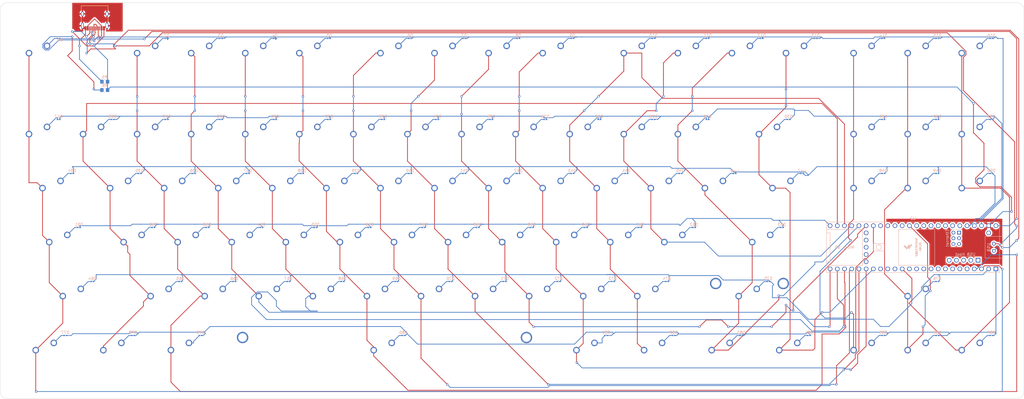
<source format=kicad_pcb>
(kicad_pcb (version 20221018) (generator pcbnew)
  (layers (0 "F.Cu" signal) (31 "B.Cu" signal) (34 "B.Paste" user) (35 "F.Paste" user) (36 "B.SilkS" user "B.Silkscreen") (37 "F.SilkS" user "F.Silkscreen") (38 "B.Mask" user) (39 "F.Mask" user) (44 "Edge.Cuts" user))
  (net 0 "")
  (net 1 "GND")
  (net 2 "row 6")
  (net 3 "Net-(D1-A)")
  (net 4 "Net-(D2-A)")
  (net 5 "Net-(D3-A)")
  (net 6 "Net-(D4-A)")
  (net 7 "Net-(D5-A)")
  (net 8 "Net-(D6-A)")
  (net 9 "Net-(D7-A)")
  (net 10 "Net-(D8-A)")
  (net 11 "Net-(D9-A)")
  (net 12 "Net-(D10-A)")
  (net 13 "Net-(D11-A)")
  (net 14 "row 5")
  (net 15 "Net-(D12-A)")
  (net 16 "Net-(D13-A)")
  (net 17 "Net-(D14-A)")
  (net 18 "Net-(D15-A)")
  (net 19 "Net-(D16-A)")
  (net 20 "Net-(D17-A)")
  (net 21 "Net-(D18-A)")
  (net 22 "Net-(D19-A)")
  (net 23 "Net-(D20-A)")
  (net 24 "Net-(D21-A)")
  (net 25 "Net-(D22-A)")
  (net 26 "Net-(D23-A)")
  (net 27 "Net-(D24-A)")
  (net 28 "row 4")
  (net 29 "Net-(D25-A)")
  (net 30 "Net-(D26-A)")
  (net 31 "Net-(D27-A)")
  (net 32 "Net-(D28-A)")
  (net 33 "Net-(D29-A)")
  (net 34 "Net-(D30-A)")
  (net 35 "Net-(D31-A)")
  (net 36 "Net-(D32-A)")
  (net 37 "Net-(D33-A)")
  (net 38 "Net-(D34-A)")
  (net 39 "Net-(D35-A)")
  (net 40 "Net-(D36-A)")
  (net 41 "Net-(D37-A)")
  (net 42 "Net-(D38-A)")
  (net 43 "Net-(D39-A)")
  (net 44 "Net-(D40-A)")
  (net 45 "Net-(D41-A)")
  (net 46 "Net-(D42-A)")
  (net 47 "Net-(D43-A)")
  (net 48 "Net-(D44-A)")
  (net 49 "Net-(D45-A)")
  (net 50 "Net-(D46-A)")
  (net 51 "Net-(D47-A)")
  (net 52 "Net-(D48-A)")
  (net 53 "Net-(D49-A)")
  (net 54 "Net-(D50-A)")
  (net 55 "Net-(D51-A)")
  (net 56 "Net-(D52-A)")
  (net 57 "Net-(D53-A)")
  (net 58 "Net-(D54-A)")
  (net 59 "Net-(D55-A)")
  (net 60 "Net-(D56-A)")
  (net 61 "Net-(D57-A)")
  (net 62 "Net-(D58-A)")
  (net 63 "Net-(D59-A)")
  (net 64 "Net-(D60-A)")
  (net 65 "Net-(D61-A)")
  (net 66 "Net-(D62-A)")
  (net 67 "Net-(D63-A)")
  (net 68 "Net-(D64-A)")
  (net 69 "Net-(D65-A)")
  (net 70 "Net-(D66-A)")
  (net 71 "Net-(D67-A)")
  (net 72 "Net-(D68-A)")
  (net 73 "Net-(D69-A)")
  (net 74 "row 1")
  (net 75 "Net-(D71-A)")
  (net 76 "Net-(D72-A)")
  (net 77 "Net-(D73-A)")
  (net 78 "Net-(D74-A)")
  (net 79 "Net-(D75-A)")
  (net 80 "Net-(D76-A)")
  (net 81 "Net-(D77-A)")
  (net 82 "Net-(D78-A)")
  (net 83 "Net-(D79-A)")
  (net 84 "Net-(D80-A)")
  (net 85 "Net-(D81-A)")
  (net 86 "Net-(D82-A)")
  (net 87 "Net-(D83-A)")
  (net 88 "Net-(D84-A)")
  (net 89 "Net-(D85-A)")
  (net 90 "Net-(D86-A)")
  (net 91 "VBUS")
  (net 92 "Net-(J2-CC1)")
  (net 93 "Net-(J2-D+-PadA6)")
  (net 94 "Net-(J2-D--PadA7)")
  (net 96 "Net-(J2-CC2)")
  (net 98 "row 3")
  (net 99 "row 2")
  (net 100 "Net-(D87-A)")
  (net 134 "col 17")
  (net 135 "col 16")
  (net 136 "Net-(D70-A)")
  (net 137 "col 15")
  (net 138 "col 12")
  (net 139 "col 9")
  (net 140 "col 8")
  (net 141 "col 7")
  (net 142 "col 6")
  (net 143 "col 3")
  (net 144 "col 2")
  (net 145 "col 1")
  (net 146 "col 14")
  (net 147 "col 13")
  (net 148 "col 11")
  (net 149 "col 10")
  (net 150 "col 4")
  (net 151 "col 5")
  (footprint "PCM_marbastlib-mx:SW_MX_1u" (layer "F.Cu") (at 336.2325 332.105)
    (fp_text reference "K76" hide)
    (fp_text value "KEYSW")
  )
  (footprint "PCM_marbastlib-mx:SW_MX_1u" (layer "F.Cu") (at 188.595 294.005)
    (fp_text reference "K42" hide)
    (fp_text value "KEYSW")
  )
  (footprint "PCM_marbastlib-mx:SW_MX_1u" (layer "F.Cu") (at 240.9825 332.105)
    (fp_text reference "K74" hide)
    (fp_text value "KEYSW")
  )
  (footprint "PCM_marbastlib-mx:SW_MX_1u" (layer "F.Cu") (at 274.32 246.38)
    (fp_text reference "K12" hide)
    (fp_text value "KEYSW")
  )
  (footprint "PCM_marbastlib-mx:SW_MX_1.25u" (layer "F.Cu") (at 336.2325 246.38)
    (fp_text reference "K15" hide)
    (fp_text value "KEYSW")
  )
  (footprint "PCM_marbastlib-mx:SW_MX_1u" (layer "F.Cu") (at 121.92 246.38)
    (fp_text reference "K5" hide)
    (fp_text value "KEYSW")
  )
  (footprint "PCM_marbastlib-mx:SW_MX_1u" (layer "F.Cu") (at 236.22 274.955)
    (fp_text reference "K28" hide)
    (fp_text value "KEYSW")
  )
  (footprint "PCM_marbastlib-mx:SW_MX_1u" (layer "F.Cu") (at 26.67 246.38)
    (fp_text reference "K1" hide)
    (fp_text value "KEYSW")
  )
  (footprint "PCM_marbastlib-mx:STAB_MX_P_2.75u" (layer "F.Cu") (at 276.70125 332.105)
    (fp_text reference "S75" hide)
    (fp_text value "RSHIFT")
  )
  (footprint "PCM_marbastlib-mx:SW_MX_1u" (layer "F.Cu") (at 264.795 294.005)
    (fp_text reference "K46" hide)
    (fp_text value "KEYSW")
  )
  (footprint "PCM_marbastlib-mx:STAB_MX_2u" (layer "F.Cu") (at 283.845 274.955)
    (fp_text reference "S30" hide)
    (fp_text value "BACKSPACE")
  )
  (footprint "PCM_marbastlib-mx:SW_MX_1.25u" (layer "F.Cu") (at 243.36375 351.155)
    (fp_text reference "K82" hide)
    (fp_text value "KEYSW")
  )
  (footprint "Connector_USB:USB_C_Receptacle_HRO_TYPE-C-31-M-12" (layer "F.Cu") (at 46.0125 231.06 180)
    (fp_text reference "J2")
    (fp_text value "USB_C_Receptacle_USB2.0")
  )
  (footprint "PCM_marbastlib-mx:SW_MX_1u" (layer "F.Cu") (at 231.4575 313.055)
    (fp_text reference "K61" hide)
    (fp_text value "KEYSW")
  )
  (footprint "PCM_marbastlib-mx:SW_MX_1.25u" (layer "F.Cu") (at 76.67625 351.155)
    (fp_text reference "K79" hide)
    (fp_text value "KEYSW")
  )
  (footprint "PCM_marbastlib-mx:SW_MX_1u" (layer "F.Cu") (at 38.57625 332.105)
    (fp_text reference "K64" hide)
    (fp_text value "KEYSW")
  )
  (footprint "PCM_marbastlib-mx:SW_MX_1u" (layer "F.Cu") (at 107.6325 332.105)
    (fp_text reference "K67" hide)
    (fp_text value "KEYSW")
  )
  (footprint "PCM_marbastlib-mx:SW_MX_1u" (layer "F.Cu") (at 198.12 274.955)
    (fp_text reference "K26" hide)
    (fp_text value "KEYSW")
  )
  (footprint "PCM_marbastlib-mx:SW_MX_1u" (layer "F.Cu") (at 169.545 294.005)
    (fp_text reference "K41" hide)
    (fp_text value "KEYSW")
  )
  (footprint "PCM_marbastlib-mx:SW_MX_1u" (layer "F.Cu") (at 83.82 274.955)
    (fp_text reference "K20" hide)
    (fp_text value "KEYSW")
  )
  (footprint "PCM_marbastlib-mx:SW_MX_1u" (layer "F.Cu") (at 117.1575 313.055)
    (fp_text reference "K55" hide)
    (fp_text value "KEYSW")
  )
  (footprint "PCM_marbastlib-mx:SW_MX_1.75u" (layer "F.Cu") (at 33.81375 313.055)
    (fp_text reference "K51" hide)
    (fp_text value "KEYSW")
  )
  (footprint "PCM_marbastlib-mx:SW_MX_1u" (layer "F.Cu") (at 179.07 274.955)
    (fp_text reference "K25" hide)
    (fp_text value "KEYSW")
  )
  (footprint "PCM_marbastlib-mx:SW_MX_1u" (layer "F.Cu") (at 336.2325 294.005)
    (fp_text reference "K49" hide)
    (fp_text value "KEYSW")
  )
  (footprint "PCM_marbastlib-mx:SW_MX_1u" (layer "F.Cu") (at 236.22 246.38)
    (fp_text reference "K10" hide)
    (fp_text value "KEYSW")
  )
  (footprint "PCM_marbastlib-mx:SW_MX_1u" (layer "F.Cu") (at 131.445 294.005)
    (fp_text reference "K39" hide)
    (fp_text value "KEYSW")
  )
  (footprint "PCM_marbastlib-mx:SW_MX_1u" (layer "F.Cu") (at 112.395 294.005)
    (fp_text reference "K38" hide)
    (fp_text value "KEYSW")
  )
  (footprint "PCM_marbastlib-mx:SW_MX_1u" (layer "F.Cu") (at 255.27 246.38)
    (fp_text reference "K11" hide)
    (fp_text value "KEYSW")
  )
  (footprint "PCM_marbastlib-mx:SW_MX_1u" (layer "F.Cu") (at 293.37 246.38)
    (fp_text reference "K13" hide)
    (fp_text value "KEYSW")
  )
  (footprint "PCM_marbastlib-mx:SW_MX_1u" (layer "F.Cu") (at 355.2825 246.38)
    (fp_text reference "K16" hide)
    (fp_text value "KEYSW")
  )
  (footprint "PCM_marbastlib-mx:SW_MX_1u" (layer "F.Cu") (at 202.8825 332.105)
    (fp_text reference "K72" hide)
    (fp_text value "KEYSW")
  )
  (footprint "PCM_marbastlib-mx:SW_MX_1u" (layer "F.Cu") (at 93.345 294.005)
    (fp_text reference "K37" hide)
    (fp_text value "KEYSW")
  )
  (footprint "PCM_marbastlib-mx:SW_MX_1u" (layer "F.Cu") (at 336.2325 351.155)
    (fp_text reference "K86" hide)
    (fp_text value "KEYSW")
  )
  (footprint "PCM_marbastlib-mx:SW_MX_1u" (layer "F.Cu") (at 145.7325 332.105)
    (fp_text reference "K69" hide)
    (fp_text value "KEYSW")
  )
  (footprint "PCM_marbastlib-mx:SW_MX_1u" (layer "F.Cu") (at 74.295 294.005)
    (fp_text reference "K36" hide)
    (fp_text value "KEYSW")
  )
  (footprint "PCM_marbastlib-mx:SW_MX_1.25u" (layer "F.Cu") (at 219.55125 351.155)
    (fp_text reference "K81" hide)
    (fp_text value "KEYSW")
  )
  (footprint "PCM_marbastlib-mx:SW_MX_1u" (layer "F.Cu") (at 221.9325 332.105)
    (fp_text reference "K73" hide)
    (fp_text value "KEYSW")
  )
  (footprint "PCM_marbastlib-mx:SW_MX_1u" (layer "F.Cu") (at 83.82 246.38)
    (fp_text reference "K3" hide)
    (fp_text value "KEYSW")
  )
  (footprint "PCM_marbastlib-mx:SW_MX_1u" (layer "F.Cu") (at 317.1825 351.155)
    (fp_text reference "K85" hide)
    (fp_text value "KEYSW")
  )
  (footprint "PCM_marbastlib-mx:SW_MX_1u" (layer "F.Cu") (at 79.0575 313.055)
    (fp_text reference "K53" hide)
    (fp_text value "KEYSW")
  )
  (footprint "PCM_marbastlib-mx:SW_MX_1u" (layer "F.Cu") (at 283.845 274.955)
    (fp_text reference "K30" hide)
    (fp_text value "KEYSW")
  )
  (footprint "PCM_marbastlib-mx:SW_MX_1u" (layer "F.Cu") (at 183.8325 332.105)
    (fp_text reference "K71" hide)
    (fp_text value "KEYSW")
  )
  (footprint "PCM_marbastlib-mx:SW_MX_1u" (layer "F.Cu") (at 55.245 294.005)
    (fp_text reference "K35" hide)
    (fp_text value "KEYSW")
  )
  (footprint "PCM_marbastlib-mx:SW_MX_1.25u" (layer "F.Cu") (at 52.86375 351.155)
    (fp_text reference "K78" hide)
    (fp_text value "KEYSW")
  )
  (footprint "PCM_marbastlib-mx:SW_MX_1.25u" (layer "F.Cu") (at 29.05125 351.155)
    (fp_text reference "K77" hide)
    (fp_text value "KEYSW")
  )
  (footprint "PCM_marbastlib-mx:SW_MX_1u" (layer "F.Cu") (at 226.695 294.005)
    (fp_text reference "K44" hide)
    (fp_text value "KEYSW")
  )
  (footprint "PCM_marbastlib-mx:SW_MX_1u" (layer "F.Cu") (at 217.17 274.955)
    (fp_text reference "K27" hide)
    (fp_text value "KEYSW")
  )
  (footprint "PCM_marbastlib-mx:SW_MX_1u" (layer "F.Cu") (at 250.5075 313.055)
    (fp_text reference "K62" hide)
    (fp_text value "KEYSW")
  )
  (footprint "PCM_marbastlib-mx:SW_MX_1u" (layer "F.Cu") (at 207.645 294.005)
    (fp_text reference "K43" hide)
    (fp_text value "KEYSW")
  )
  (footprint "PCM_marbastlib-mx:SW_MX_1.25u" (layer "F.Cu") (at 267.17625 351.155)
    (fp_text reference "K83" hide)
    (fp_text value "KEYSW")
  )
  (footprint "PCM_marbastlib-mx:SW_MX_1u" (layer "F.Cu") (at 336.2325 274.955)
    (fp_text reference "K32" hide)
    (fp_text value "KEYSW")
  )
  (footprint "PCM_marbastlib-mx:SW_MX_1u" (layer "F.Cu") (at 193.3575 313.055)
    (fp_text reference "K59" hide)
    (fp_text value "KEYSW")
  )
  (footprint "PCM_marbastlib-mx:STAB_MX_P_6.25u" (layer "F.Cu") (at 148.11375 351.155)
    (fp_text reference "S80" hide)
    (fp_text value "7u_SPACE")
  )
  (footprint "PCM_marbastlib-mx:SW_MX_1u" (layer "F.Cu") (at 102.87 246.38)
    (fp_text reference "K4" hide)
    (fp_text value "KEYSW")
  )
  (footprint "PCM_marbastlib-mx:SW_MX_1u" (layer "F.Cu") (at 169.545 246.38)
    (fp_text reference "K7" hide)
    (fp_text value "KEYSW")
  )
  (footprint "PCM_marbastlib-mx:SW_MX_1u" (layer "F.Cu") (at 69.5325 332.105)
    (fp_text reference "K65" hide)
    (fp_text value "KEYSW")
  )
  (footprint "PCM_marbastlib-mx:SW_MX_1u" (layer "F.Cu") (at 281.46375 313.055)
    (fp_text reference "K63" hide)
    (fp_text value "KEYSW")
  )
  (footprint "PCM_marbastlib-mx:SW_MX_1u" (layer "F.Cu") (at 64.77 246.38)
    (fp_text reference "K2" hide)
    (fp_text value "KEYSW")
  )
  (footprint "PCM_marbastlib-mx:SW_MX_1u" (layer "F.Cu") (at 64.77 274.955)
    (fp_text reference "K19" hide)
    (fp_text value "KEYSW")
  )
  (footprint "PCM_marbastlib-mx:SW_MX_1u" (layer "F.Cu") (at 45.72 274.955)
    (fp_text reference "K18" hide)
    (fp_text value "KEYSW")
  )
  (footprint "PCM_marbastlib-mx:SW_MX_1u" (layer "F.Cu") (at 255.27 274.955)
    (fp_text reference "K29" hide)
    (fp_text value "KEYSW")
  )
  (footprint "PCM_marbastlib-mx:SW_MX_1u" (layer "F.Cu") (at 150.495 294.005)
    (fp_text reference "K40" hide)
    (fp_text value "KEYSW")
  )
  (footprint "PCM_marbastlib-mx:SW_MX_1u" (layer "F.Cu") (at 88.5825 332.105)
    (fp_text reference "K66" hide)
    (fp_text value "KEYSW")
  )
  (footprint "PCM_marbastlib-mx:SW_MX_1u" (layer "F.Cu") (at 60.0075 313.055)
    (fp_text reference "K52" hide)
    (fp_text value "KEYSW")
  )
  (footprint "PCM_marbastlib-mx:SW_MX_1u" (layer "F.Cu") (at 355.2825 294.005)
    (fp_text reference "K50" hide)
    (fp_text value "KEYSW")
  )
  (footprint "PCM_marbastlib-mx:SW_MX_1u" (layer "F.Cu") (at 317.1825 274.955)
    (fp_text reference "K31" hide)
    (fp_text value "KEYSW")
  )
  (footprint "PCM_marbastlib-mx:SW_MX_1u" (layer "F.Cu") (at 26.67 274.955)
    (fp_text reference "K17" hide)
    (fp_text value "KEYSW")
  )
  (footprint "PCM_marbastlib-mx:STAB_MX_2.25u" (layer "F.Cu") (at 281.46375 313.055)
    (fp_text reference "S63" hide)
    (fp_text value "ANSI_ENTER")
  )
  (footprint "PCM_marbastlib-mx:SW_MX_1u" (layer "F.Cu") (at 155.2575 313.055)
    (fp_text reference "K57" hide)
    (fp_text value "KEYSW")
  )
  (footprint "PCM_marbastlib-mx:STAB_MX_2.25u" (layer "F.Cu") (at 38.57625 332.105)
    (fp_text reference "S64" hide)
    (fp_text value "LShift")
  )
  (footprint "PCM_marbastlib-mx:SW_MX_1u" (layer "F.Cu") (at 102.87 274.955)
    (fp_text reference "K21" hide)
    (fp_text value "KEYSW")
  )
  (footprint "PCM_marbastlib-mx:SW_MX_1u" (layer "F.Cu") (at 136.2075 313.055)
    (fp_text reference "K56" hide)
    (fp_text value "KEYSW")
  )
  (footprint "PCM_marbastlib-mx:SW_MX_1.5u" (layer "F.Cu") (at 288.6075 294.005)
    (fp_text reference "K47" hide)
    (fp_text value "KEYSW")
  )
  (footprint "PCM_marbastlib-mx:SW_MX_1u" (layer "F.Cu") (at 317.1825 246.38)
    (fp_text reference "K14" hide)
    (fp_text value "KEYSW")
  )
  (footprint "PCM_marbastlib-mx:SW_MX_1u" (layer "F.Cu") (at 290.98875 351.155)
    (fp_text reference "K84" hide)
    (fp_text value "KEYSW")
  )
  (footprint "PCM_marbastlib-mx:SW_MX_1u" (layer "F.Cu") (at 164.7825 332.105)
    (fp_text reference "K70" hide)
    (fp_text value "KEYSW")
  )
  (footprint "PCM_marbastlib-mx:SW_MX_1u" (layer "F.Cu") (at 126.6825 332.105)
    (fp_text reference "K68" hide)
    (fp_text value "KEYSW")
  )
  (footprint "PCM_marbastlib-mx:SW_MX_1u" (layer "F.Cu") (at 212.4075 313.055)
    (fp_text reference "K60" hide)
    (fp_text value "KEYSW")
  )
  (footprint "PCM_marbastlib-mx:SW_MX_1u" (layer "F.Cu") (at 188.595 246.38)
    (fp_text reference "K8" hide)
    (fp_text value "KEYSW")
  )
  (footprint "PCM_marbastlib-mx:SW_MX_1u" (layer "F.Cu") (at 317.1825 294.005)
    (fp_text reference "K48" hide)
    (fp_text value "KEYSW")
  )
  (footprint "PCM_marbastlib-mx:SW_MX_1u" (layer "F.Cu") (at 98.1075 313.055)
    (fp_text reference "K54" hide)
    (fp_text value "KEYSW")
  )
  (footprint "PCM_marbastlib-mx:SW_MX_1u" (layer "F.Cu") (at 160.02 274.955)
    (fp_text reference "K24" hide)
    (fp_text value "KEYSW")
  )
  (footprint "PCM_marbastlib-mx:SW_MX_1u" (layer "F.Cu") (at 140.97 274.955)
    (fp_text reference "K23" hide)
    (fp_text value "KEYSW")
  )
  (footprint "PCM_marbastlib-mx:SW_MX_1u" (layer "F.Cu") (at 355.2825 274.955)
    (fp_text reference "K33" hide)
    (fp_text value "KEYSW")
  )
  (footprint "PCM_marbastlib-mx:SW_MX_1u" (layer "F.Cu") (at 174.3075 313.055)
    (fp_text reference "K58" hide)
    (fp_text value "KEYSW")
  )
  (footprint "PCM_marbastlib-mx:SW_MX_1.5u" (layer "F.Cu") (at 31.4325 294.005)
    (fp_text reference "K34" hide)
    (fp_text value "KEYSW")
  )
  (footprint "PCM_marbastlib-mx:SW_MX_1u" (layer "F.Cu") (at 245.745 294.005)
    (fp_text reference "K45" hide)
    (fp_text value "KEYSW")
  )
  (footprint "PCM_marbastlib-mx:SW_MX_1u" (layer "F.Cu") (at 355.2825 351.155)
    (fp_text reference "K87" hide)
    (fp_text value "KEYSW")
  )
  (footprint "PCM_marbastlib-mx:SW_MX_1u" (layer "F.Cu") (at 150.495 246.38)
    (fp_text reference "K6" hide)
    (fp_text value "KEYSW")
  )
  (footprint "PCM_marbastlib-mx:SW_MX_1u" (layer "F.Cu") (at 121.92 274.955)
    (fp_text reference "K22" hide)
    (fp_text value "KEYSW")
  )
  (footprint "PCM_marbastlib-mx:SW_MX_1u" (layer "F.Cu") (at 148.11375 351.155)
    (fp_text reference "K80" hide)
    (fp_text value "KEYSW")
  )
  (footprint "PCM_marbastlib-mx:SW_MX_1.25u" (layer "F.Cu") (at 207.645 246.38)
    (fp_text reference "K9" hide)
    (fp_text value "KEYSW")
  )
  (footprint "PCM_marbastlib-mx:SW_MX_1u" (layer "F.Cu") (at 276.70125 332.105)
    (fp_text reference "K75" hide)
    (fp_text value "KEYSW")
  )
  (footprint "Diode_SMD:D_0201_0603Metric_Pad0.64x0.40mm_HandSolder" (layer "B.Cu") (at 214.2875 238.68 180)
    (fp_text reference "D9")
    (fp_text value "D")
  )
  (footprint "Diode_SMD:D_0201_0603Metric_Pad0.64x0.40mm_HandSolder" (layer "B.Cu") (at 38.075 286.305 180)
    (fp_text reference "D34")
    (fp_text value "D")
  )
  (footprint "Diode_SMD:D_0201_0603Metric_Pad0.64x0.40mm_HandSolder" (layer "B.Cu") (at 128.5625 238.68 180)
    (fp_text reference "D5")
    (fp_text value "D")
  )
  (footprint "Diode_SMD:D_0201_0603Metric_Pad0.64x0.40mm_HandSolder" (layer "B.Cu") (at 83.31875 343.455 180)
    (fp_text reference "D79")
    (fp_text value "D")
  )
  (footprint "Diode_SMD:D_0201_0603Metric_Pad0.64x0.40mm_HandSolder" (layer "B.Cu") (at 361.925 267.255 180)
    (fp_text reference "D33")
    (fp_text value "D")
  )
  (footprint "Diode_SMD:D_0201_0603Metric_Pad0.64x0.40mm_HandSolder" (layer "B.Cu") (at 342.875 286.305 180)
    (fp_text reference "D49")
    (fp_text value "D")
  )
  (footprint "Diode_SMD:D_0201_0603Metric_Pad0.64x0.40mm_HandSolder" (layer "B.Cu") (at 250.00625 343.455 180)
    (fp_text reference "D82")
    (fp_text value "D")
  )
  (footprint "Diode_SMD:D_0201_0603Metric_Pad0.64x0.40mm_HandSolder" (layer "B.Cu") (at 157.1375 238.68 180)
    (fp_text reference "D6")
    (fp_text value "D")
  )
  (footprint "Diode_SMD:D_0201_0603Metric_Pad0.64x0.40mm_HandSolder" (layer "B.Cu") (at 342.875 343.455 180)
    (fp_text reference "D86")
    (fp_text value "D")
  )
  (footprint "Diode_SMD:D_0201_0603Metric_Pad0.64x0.40mm_HandSolder" (layer "B.Cu") (at 261.9125 238.68 180)
    (fp_text reference "D11")
    (fp_text value "D")
  )
  (footprint "Resistor_SMD:R_0805_2012Metric_Pad1.20x1.40mm_HandSolder" (layer "B.Cu") (at 49.5525 253.92 180)
    (fp_text reference "R5")
    (fp_text value "5k1")
  )
  (footprint "Diode_SMD:D_0201_0603Metric_Pad0.64x0.40mm_HandSolder" (layer "B.Cu") (at 273.81875 343.455 180)
    (fp_text reference "D83")
    (fp_text value "D")
  )
  (footprint "Diode_SMD:D_0201_0603Metric_Pad0.64x0.40mm_HandSolder" (layer "B.Cu") (at 261.9125 267.255 180)
    (fp_text reference "D29")
    (fp_text value "D")
  )
  (footprint "teensy:Teensy41" (layer "B.Cu") (at 334.3025 312.34 180)
    (fp_text reference "U2")
    (fp_text value "Teensy4.1")
  )
  (footprint "Diode_SMD:D_0201_0603Metric_Pad0.64x0.40mm_HandSolder" (layer "B.Cu") (at 59.50625 343.455 180)
    (fp_text reference "D78")
    (fp_text value "D")
  )
  (footprint "Resistor_SMD:R_0805_2012Metric_Pad1.20x1.40mm_HandSolder" (layer "B.Cu") (at 49.5525 256.87 180)
    (fp_text reference "R6")
    (fp_text value "5k1")
  )
  (footprint "Diode_SMD:D_0201_0603Metric_Pad0.64x0.40mm_HandSolder" (layer "B.Cu") (at 238.1 305.355 180)
    (fp_text reference "D61")
    (fp_text value "D")
  )
  (footprint "Diode_SMD:D_0201_0603Metric_Pad0.64x0.40mm_HandSolder" (layer "B.Cu") (at 171.425 324.405 180)
    (fp_text reference "D70")
    (fp_text value "D")
  )
  (footprint "Diode_SMD:D_0201_0603Metric_Pad0.64x0.40mm_HandSolder" (layer "B.Cu") (at 114.275 324.405 180)
    (fp_text reference "D67")
    (fp_text value "D")
  )
  (footprint "Diode_SMD:D_0201_0603Metric_Pad0.64x0.40mm_HandSolder" (layer "B.Cu") (at 200 305.355 180)
    (fp_text reference "D59")
    (fp_text value "D")
  )
  (footprint "Diode_SMD:D_0201_0603Metric_Pad0.64x0.40mm_HandSolder" (layer "B.Cu") (at 133.325 324.405 180)
    (fp_text reference "D68")
    (fp_text value "D")
  )
  (footprint "Diode_SMD:D_0201_0603Metric_Pad0.64x0.40mm_HandSolder" (layer "B.Cu") (at 185.7125 267.255 180)
    (fp_text reference "D25")
    (fp_text value "D")
  )
  (footprint "Diode_SMD:D_0201_0603Metric_Pad0.64x0.40mm_HandSolder" (layer "B.Cu") (at 90.4625 267.255 180)
    (fp_text reference "D20")
    (fp_text value "D")
  )
  (footprint "Diode_SMD:D_0201_0603Metric_Pad0.64x0.40mm_HandSolder" (layer "B.Cu") (at 209.525 324.405 180)
    (fp_text reference "D72")
    (fp_text value "D")
  )
  (footprint "Diode_SMD:D_0201_0603Metric_Pad0.64x0.40mm_HandSolder" (layer "B.Cu") (at 176.1875 286.305 180)
    (fp_text reference "D41")
    (fp_text value "D")
  )
  (footprint "Diode_SMD:D_0201_0603Metric_Pad0.64x0.40mm_HandSolder" (layer "B.Cu") (at 228.575 324.405 180)
    (fp_text reference "D73")
    (fp_text value "D")
  )
  (footprint "Diode_SMD:D_0201_0603Metric_Pad0.64x0.40mm_HandSolder" (layer "B.Cu") (at 252.3875 286.305 180)
    (fp_text reference "D45")
    (fp_text value "D")
  )
  (footprint "Diode_SMD:D_0201_0603Metric_Pad0.64x0.40mm_HandSolder" (layer "B.Cu") (at 271.4375 286.305 180)
    (fp_text reference "D46")
    (fp_text value "D")
  )
  (footprint "Diode_SMD:D_0201_0603Metric_Pad0.64x0.40mm_HandSolder" (layer "B.Cu") (at 219.05 305.355 180)
    (fp_text reference "D60")
    (fp_text value "D")
  )
  (footprint "Diode_SMD:D_0201_0603Metric_Pad0.64x0.40mm_HandSolder" (layer "B.Cu") (at 154.75625 343.455 180)
    (fp_text reference "D80")
    (fp_text value "D")
  )
  (footprint "Diode_SMD:D_0201_0603Metric_Pad0.64x0.40mm_HandSolder" (layer "B.Cu") (at 288.10625 305.355 180)
    (fp_text reference "D63")
    (fp_text value "D")
  )
  (footprint "Diode_SMD:D_0201_0603Metric_Pad0.64x0.40mm_HandSolder" (layer "B.Cu") (at 176.1875 238.68 180)
    (fp_text reference "D7")
    (fp_text value "D")
  )
  (footprint "Diode_SMD:D_0201_0603Metric_Pad0.64x0.40mm_HandSolder" (layer "B.Cu") (at 257.15 305.355 180)
    (fp_text reference "D62")
    (fp_text value "D")
  )
  (footprint "Diode_SMD:D_0201_0603Metric_Pad0.64x0.40mm_HandSolder" (layer "B.Cu") (at 195.2375 238.68 180)
    (fp_text reference "D8")
    (fp_text value "D")
  )
  (footprint "Diode_SMD:D_0201_0603Metric_Pad0.64x0.40mm_HandSolder" (layer "B.Cu") (at 342.875 324.405 180)
    (fp_text reference "D76")
    (fp_text value "D")
  )
  (footprint "Diode_SMD:D_0201_0603Metric_Pad0.64x0.40mm_HandSolder" (layer "B.Cu") (at 233.3375 286.305 180)
    (fp_text reference "D44")
    (fp_text value "D")
  )
  (footprint "Diode_SMD:D_0201_0603Metric_Pad0.64x0.40mm_HandSolder" (layer "B.Cu") (at 80.9375 286.305 180)
    (fp_text reference "D36")
    (fp_text value "D")
  )
  (footprint "Diode_SMD:D_0201_0603Metric_Pad0.64x0.40mm_HandSolder" (layer "B.Cu") (at 204.7625 267.255 180)
    (fp_text reference "D26")
    (fp_text value "D")
  )
  (footprint "Diode_SMD:D_0201_0603Metric_Pad0.64x0.40mm_HandSolder" (layer "B.Cu") (at 242.8625 238.68 180)
    (fp_text reference "D10")
    (fp_text value "D")
  )
  (footprint "Diode_SMD:D_0201_0603Metric_Pad0.64x0.40mm_HandSolder" (layer "B.Cu") (at 138.0875 286.305 180)
    (fp_text reference "D39")
    (fp_text value "D")
  )
  (footprint "Diode_SMD:D_0201_0603Metric_Pad0.64x0.40mm_HandSolder" (layer "B.Cu") (at 71.4125 238.68 180)
    (fp_text reference "D2")
    (fp_text value "D")
  )
  (footprint "Diode_SMD:D_0201_0603Metric_Pad0.64x0.40mm_HandSolder" (layer "B.Cu") (at 247.625 324.405 180)
    (fp_text reference "D74")
    (fp_text value "D")
  )
  (footprint "Diode_SMD:D_0201_0603Metric_Pad0.64x0.40mm_HandSolder" (layer "B.Cu") (at 45.21875 324.405 180)
    (fp_text reference "D64")
    (fp_text value "D")
  )
  (footprint "Diode_SMD:D_0201_0603Metric_Pad0.64x0.40mm_HandSolder" (layer "B.Cu") (at 128.5625 267.255 180)
    (fp_text reference "D22")
    (fp_text value "D")
  )
  (footprint "Diode_SMD:D_0201_0603Metric_Pad0.64x0.40mm_HandSolder" (layer "B.Cu") (at 147.6125 267.255 180)
    (fp_text reference "D23")
    (fp_text value "D")
  )
  (footprint "Diode_SMD:D_0201_0603Metric_Pad0.64x0.40mm_HandSolder" (layer "B.Cu") (at 323.825 267.255 180)
    (fp_text reference "D31")
    (fp_text value "D")
  )
  (footprint "Diode_SMD:D_0201_0603Metric_Pad0.64x0.40mm_HandSolder" (layer "B.Cu") (at 66.65 305.355 180)
    (fp_text reference "D52")
    (fp_text value "D")
  )
  (footprint "Diode_SMD:D_0201_0603Metric_Pad0.64x0.40mm_HandSolder" (layer "B.Cu") (at 109.5125 238.68 180)
    (fp_text reference "D4")
    (fp_text value "D")
  )
  (footprint "Diode_SMD:D_0201_0603Metric_Pad0.64x0.40mm_HandSolder" (layer "B.Cu") (at 157.1375 286.305 180)
    (fp_text reference "D40")
    (fp_text value "D")
  )
  (footprint "Diode_SMD:D_0201_0603Metric_Pad0.64x0.40mm_HandSolder" (layer "B.Cu") (at 95.225 324.405 180)
    (fp_text reference "D66")
    (fp_text value "D")
  )
  (footprint "Diode_SMD:D_0201_0603Metric_Pad0.64x0.40mm_HandSolder" (layer "B.Cu") (at 99.9875 286.305 180)
    (fp_text reference "D37")
    (fp_text value "D")
  )
  (footprint "Diode_SMD:D_0201_0603Metric_Pad0.64x0.40mm_HandSolder" (layer "B.Cu") (at 90.4625 238.68 180)
    (fp_text reference "D3")
    (fp_text value "D")
  )
  (footprint "Diode_SMD:D_0201_0603Metric_Pad0.64x0.40mm_HandSolder" (layer "B.Cu") (at 119.0375 286.305 180)
    (fp_text reference "D38")
    (fp_text value "D")
  )
  (footprint "Diode_SMD:D_0201_0603Metric_Pad0.64x0.40mm_HandSolder" (layer "B.Cu") (at 76.175 324.405 180)
    (fp_text reference "D65")
    (fp_text value "D")
  )
  (footprint "Diode_SMD:D_0201_0603Metric_Pad0.64x0.40mm_HandSolder" (layer "B.Cu") (at 166.6625 267.255 180)
    (fp_text reference "D24")
    (fp_text value "D")
  )
  (footprint "Diode_SMD:D_0201_0603Metric_Pad0.64x0.40mm_HandSolder" (layer "B.Cu") (at 290.4875 267.255 180)
    (fp_text reference "D30")
    (fp_text value "D")
  )
  (footprint "Diode_SMD:D_0201_0603Metric_Pad0.64x0.40mm_HandSolder" (layer "B.Cu") (at 226.19375 343.455 180)
    (fp_text reference "D81")
    (fp_text value "D")
  )
  (footprint "Diode_SMD:D_0201_0603Metric_Pad0.64x0.40mm_HandSolder" (layer "B.Cu") (at 323.825 238.68 180)
    (fp_text reference "D14")
    (fp_text value "D")
  )
  (footprint "Diode_SMD:D_0201_0603Metric_Pad0.64x0.40mm_HandSolder" (layer "B.Cu") (at 104.75 305.355 180)
    (fp_text reference "D54")
    (fp_text value "D")
  )
  (footprint "Diode_SMD:D_0201_0603Metric_Pad0.64x0.40mm_HandSolder" (layer "B.Cu") (at 52.3625 267.255 180)
    (fp_text reference "D18")
    (fp_text value "D")
  )
  (footprint "Diode_SMD:D_0201_0603Metric_Pad0.64x0.40mm_HandSolder" (layer "B.Cu") (at 323.825 286.305 180)
    (fp_text reference "D48")
    (fp_text value "D")
  )
  (footprint "Diode_SMD:D_0201_0603Metric_Pad0.64x0.40mm_HandSolder" (layer "B.Cu") (at 297.63125 343.455 180)
    (fp_text reference "D84")
    (fp_text value "D")
  )
  (footprint "Diode_SMD:D_0201_0603Metric_Pad0.64x0.40mm_HandSolder" (layer "B.Cu") (at 85.7 305.355 180)
    (fp_text reference "D53")
    (fp_text value "D")
  )
  (footprint "Diode_SMD:D_0201_0603Metric_Pad0.64x0.40mm_HandSolder" (layer "B.Cu") (at 142.85 305.355 180)
    (fp_text reference "D56")
    (fp_text value "D")
  )
  (footprint "Diode_SMD:D_0201_0603Metric_Pad0.64x0.40mm_HandSolder" (layer "B.Cu") (at 33.3125 238.68 180)
    (fp_text reference "D1")
    (fp_text value "D")
  )
  (footprint "Diode_SMD:D_0201_0603Metric_Pad0.64x0.40mm_HandSolder" (layer "B.Cu") (at 33.3125 267.255 180)
    (fp_text reference "D17")
    (fp_text value "D")
  )
  (footprint "Diode_SMD:D_0201_0603Metric_Pad0.64x0.40mm_HandSolder" (layer "B.Cu") (at 109.5125 267.255 180)
    (fp_text reference "D21")
    (fp_text value "D")
  )
  (footprint "Diode_SMD:D_0201_0603Metric_Pad0.64x0.40mm_HandSolder" (layer "B.Cu") (at 190.475 324.405 180)
    (fp_text reference "D71")
    (fp_text value "D")
  )
  (footprint "Diode_SMD:D_0201_0603Metric_Pad0.64x0.40mm_HandSolder" (layer "B.Cu") (at 342.875 238.68 180)
    (fp_text reference "D15")
    (fp_text value "D")
  )
  (footprint "Diode_SMD:D_0201_0603Metric_Pad0.64x0.40mm_HandSolder" (layer "B.Cu") (at 195.2375 286.305 180)
    (fp_text reference "D42")
    (fp_text value "D")
  )
  (footprint "Diode_SMD:D_0201_0603Metric_Pad0.64x0.40mm_HandSolder" (layer "B.Cu") (at 361.925 286.305 180)
    (fp_text reference "D50")
    (fp_text value "D")
  )
  (footprint "Diode_SMD:D_0201_0603Metric_Pad0.64x0.40mm_HandSolder" (layer "B.Cu") (at 295.25 286.305 180)
    (fp_text reference "D47")
    (fp_text value "D")
  )
  (footprint "Diode_SMD:D_0201_0603Metric_Pad0.64x0.40mm_HandSolder" (layer "B.Cu") (at 223.8125 267.255 180)
    (fp_text reference "D27")
    (fp_text value "D")
  )
  (footprint "Diode_SMD:D_0201_0603Metric_Pad0.64x0.40mm_HandSolder" (layer "B.Cu") (at 71.4125 267.255 180)
    (fp_text reference "D19")
    (fp_text value "D")
  )
  (footprint "Diode_SMD:D_0201_0603Metric_Pad0.64x0.40mm_HandSolder" (layer "B.Cu") (at 35.69375 343.455 180)
    (fp_text reference "D77")
    (fp_text value "D")
  )
  (footprint "Diode_SMD:D_0201_0603Metric_Pad0.64x0.40mm_HandSolder" (layer "B.Cu") (at 283.34375 324.405 180)
    (fp_text reference "D75")
    (fp_text value "D")
  )
  (footprint "Diode_SMD:D_0201_0603Metric_Pad0.64x0.40mm_HandSolder" (layer "B.Cu") (at 342.875 267.255 180)
    (fp_text reference "D32")
    (fp_text value "D")
  )
  (footprint "Diode_SMD:D_0201_0603Metric_Pad0.64x0.40mm_HandSolder" (layer "B.Cu") (at 61.8875 286.305 180)
    (fp_text reference "D35")
    (fp_text value "D")
  )
  (footprint "Diode_SMD:D_0201_0603Metric_Pad0.64x0.40mm_HandSolder" (layer "B.Cu") (at 300.0125 238.68 180)
    (fp_text reference "D13")
    (fp_text value "D")
  )
  (footprint "Diode_SMD:D_0201_0603Metric_Pad0.64x0.40mm_HandSolder" (layer "B.Cu") (at 242.8625 267.255 180)
    (fp_text reference "D28")
    (fp_text value "D")
  )
  (footprint "Diode_SMD:D_0201_0603Metric_Pad0.64x0.40mm_HandSolder" (layer "B.Cu") (at 214.2875 286.305 180)
    (fp_text reference "D43")
    (fp_text value "D")
  )
  (footprint "Diode_SMD:D_0201_0603Metric_Pad0.64x0.40mm_HandSolder" (layer "B.Cu") (at 361.925 238.68 180)
    (fp_text reference "D16")
    (fp_text value "D")
  )
  (footprint "Diode_SMD:D_0201_0603Metric_Pad0.64x0.40mm_HandSolder" (layer "B.Cu") (at 180.95 305.355 180)
    (fp_text reference "D58")
    (fp_text value "D")
  )
  (footprint "Diode_SMD:D_0201_0603Metric_Pad0.64x0.40mm_HandSolder" (layer "B.Cu") (at 123.8 305.355 180)
    (fp_text reference "D55")
    (fp_text value "D")
  )
  (footprint "Diode_SMD:D_0201_0603Metric_Pad0.64x0.40mm_HandSolder" (layer "B.Cu") (at 161.9 305.355 180)
    (fp_text reference "D57")
    (fp_text value "D")
  )
  (footprint "Diode_SMD:D_0201_0603Metric_Pad0.64x0.40mm_HandSolder" (layer "B.Cu") (at 152.375 324.405 180)
    (fp_text reference "D69")
    (fp_text value "D")
  )
  (footprint "Diode_SMD:D_0201_0603Metric_Pad0.64x0.40mm_HandSolder" (layer "B.Cu") (at 280.9625 238.68 180)
    (fp_text reference "D12")
    (fp_text value "D")
  )
  (footprint "Diode_SMD:D_0201_0603Metric_Pad0.64x0.40mm_HandSolder" (layer "B.Cu") (at 323.825 343.455 180)
    (fp_text reference "D85")
    (fp_text value "D")
  )
  (footprint "Diode_SMD:D_0201_0603Metric_Pad0.64x0.40mm_HandSolder" (layer "B.Cu") (at 361.925 343.455 180)
    (fp_text reference "D87")
    (fp_text value "D")
  )
  (footprint "Diode_SMD:D_0201_0603Metric_Pad0.64x0.40mm_HandSolder" (layer "B.Cu") (at 40.45625 305.355 180)
    (fp_text reference "D51")
    (fp_text value "D")
  )
  (gr_arc (start 373.38 363.22) (mid 372.636051 365.016051) (end 370.84 365.76) (stroke (width 0.1)) (layer "Edge.Cuts"))
  (gr_arc (start 15.24 365.76) (mid 13.443949 365.016051) (end 12.7 363.22) (stroke (width 0.1)) (layer "Edge.Cuts"))
  (gr_line (start 370.84 365.76) (end 15.24 365.76) (stroke (width 0.1)) (layer "Edge.Cuts"))
  (gr_line (start 370.84 226.06) (end 40.64 226.06) (stroke (width 0.1)) (layer "Edge.Cuts"))
  (gr_arc (start 370.84 226.06) (mid 372.636051 226.803949) (end 373.38 228.6) (stroke (width 0.1)) (layer "Edge.Cuts"))
  (gr_arc (start 12.7 228.6) (mid 13.443949 226.803949) (end 15.24 226.06) (stroke (width 0.1)) (layer "Edge.Cuts"))
  (gr_line (start 40.64 226.06) (end 15.24 226.06) (stroke (width 0.1)) (layer "Edge.Cuts"))
  (gr_line (start 373.38 363.22) (end 373.38 228.6) (stroke (width 0.1)) (layer "Edge.Cuts"))
  (gr_line (start 12.7 363.22) (end 12.7 228.6) (stroke (width 0.1)) (layer "Edge.Cuts"))
  (segment (start 41.2325 239.3525) (end 43.18 241.3) (width 0.25) (layer "F.Cu") (net 1))
  (segment (start 43.18 241.3) (end 45.72 241.3) (width 0.25) (layer "F.Cu") (net 1))
  (segment (start 359.2975 285.001104) (end 356.3475 287.951104) (width 0.25) (layer "F.Cu") (net 1))
  (segment (start 355.6 261.62) (end 355.6 271.922369) (width 0.25) (layer "F.Cu") (net 1))
  (segment (start 50.3325 230.01) (end 50.3325 234.19) (width 0.25) (layer "F.Cu") (net 1))
  (segment (start 42.6075 235.105) (end 41.6925 234.19) (width 0.25) (layer "F.Cu") (net 1))
  (segment (start 41.6925 234.19) (end 41.6925 230.01) (width 0.25) (layer "F.Cu") (net 1))
  (segment (start 356.3475 287.951104) (end 356.3475 289.535966) (width 0.25) (layer "F.Cu") (net 1))
  (segment (start 356.3475 289.535966) (end 357.826534 291.015) (width 0.25) (layer "F.Cu") (net 1))
  (segment (start 45.9325 241.3) (end 45.72 241.3) (width 0.25) (layer "F.Cu") (net 1))
  (segment (start 49.2625 235.105) (end 49.2625 237.97) (width 0.25) (layer "F.Cu") (net 1))
  (segment (start 41.2325 238.76) (end 42.7625 237.23) (width 0.25) (layer "F.Cu") (net 1))
  (segment (start 369.025 294.728604) (end 369.025 299.72) (width 0.25) (layer "F.Cu") (net 1))
  (segment (start 357.826534 291.015) (end 365.311396 291.015) (width 0.25) (layer "F.Cu") (net 1))
  (segment (start 365.311396 291.015) (end 369.025 294.728604) (width 0.25) (layer "F.Cu") (net 1))
  (segment (start 50.3325 234.19) (end 50.1775 234.19) (width 0.25) (layer "F.Cu") (net 1))
  (segment (start 49.2625 237.97) (end 45.9325 241.3) (width 0.25) (layer "F.Cu") (net 1))
  (segment (start 42.7625 235.105) (end 42.6075 235.105) (width 0.25) (layer "F.Cu") (net 1))
  (segment (start 42.7625 237.23) (end 42.7625 235.105) (width 0.25) (layer "F.Cu") (net 1))
  (segment (start 41.2325 238.76) (end 41.2325 239.3525) (width 0.25) (layer "F.Cu") (net 1))
  (segment (start 50.1775 234.19) (end 49.2625 235.105) (width 0.25) (layer "F.Cu") (net 1))
  (segment (start 355.6 271.922369) (end 359.2975 275.619869) (width 0.25) (layer "F.Cu") (net 1))
  (segment (start 359.2975 275.619869) (end 359.2975 285.001104) (width 0.25) (layer "F.Cu") (net 1))
  (via (at 369.025 299.72) (size 0.8) (drill 0.4) (layers "F.Cu" "B.Cu") (net 1))
  (via (at 355.6 261.62) (size 0.8) (drill 0.4) (layers "F.Cu" "B.Cu") (net 1))
  (via (at 45.72 241.3) (size 0.8) (drill 0.4) (layers "F.Cu" "B.Cu") (net 1))
  (segment (start 365.9725 299.72) (end 360.9725 304.72) (width 0.25) (layer "B.Cu") (net 1))
  (segment (start 369.025 299.72) (end 365.9725 299.72) (width 0.25) (layer "B.Cu") (net 1))
  (segment (start 349.795 255.815) (end 355.6 261.62) (width 0.25) (layer "B.Cu") (net 1))
  (segment (start 50.5525 253.92) (end 50.5525 256.87) (width 0.25) (layer "B.Cu") (net 1))
  (segment (start 45.72 241.3) (end 50.5525 246.1325) (width 0.25) (layer "B.Cu") (net 1))
  (segment (start 50.5525 246.1325) (end 50.5525 253.92) (width 0.25) (layer "B.Cu") (net 1))
  (segment (start 50.5525 256.87) (end 51.6075 255.815) (width 0.25) (layer "B.Cu") (net 1))
  (segment (start 51.6075 255.815) (end 349.795 255.815) (width 0.25) (layer "B.Cu") (net 1))
  (segment (start 274.8175 343.455) (end 275.4525 342.82) (width 0.25) (layer "B.Cu") (net 2))
  (segment (start 84.627499 342.295) (end 84.9525 342.620001) (width 0.25) (layer "B.Cu") (net 2))
  (segment (start 155.16375 343.455) (end 155.4375 343.455) (width 0.25) (layer "B.Cu") (net 2))
  (segment (start 251.7275 342.713688) (end 251.7275 342.82) (width 0.25) (layer "B.Cu") (net 2))
  (segment (start 60.5925 343.455) (end 61.2275 342.82) (width 0.25) (layer "B.Cu") (net 2))
  (segment (start 347.13625 342.620001) (end 347.13625 342.82) (width 0.25) (layer "B.Cu") (net 2))
  (segment (start 58.022354 342.82) (end 58.547354 342.295) (width 0.25) (layer "B.Cu") (net 2))
  (segment (start 59.91375 343.455) (end 60.5925 343.455) (width 0.25) (layer "B.Cu") (net 2))
  (segment (start 296.575 342.9) (end 297.18 342.295) (width 0.25) (layer "B.Cu") (net 2))
  (segment (start 38.3675 342.82) (end 37.7325 343.455) (width 0.25) (layer "B.Cu") (net 2))
  (segment (start 297.18 342.295) (end 325.087499 342.295) (width 0.25) (layer "B.Cu") (net 2))
  (segment (start 228.8675 342.82) (end 229.3925 342.295) (width 0.25) (layer "B.Cu") (net 2))
  (segment (start 215.0575 346.495) (end 159.7475 346.495) (width 0.25) (layer "B.Cu") (net 2))
  (segment (start 84.3175 343.455) (end 84.9525 342.82) (width 0.25) (layer "B.Cu") (net 2))
  (segment (start 228.68 342.82) (end 228.8675 342.82) (width 0.25) (layer "B.Cu") (net 2))
  (segment (start 84.627499 342.295) (end 86.642499 340.28) (width 0.25) (layer "B.Cu") (net 2))
  (segment (start 228.045 343.455) (end 228.68 342.82) (width 0.25) (layer "B.Cu") (net 2))
  (segment (start 226.60125 343.455) (end 228.045 343.455) (width 0.25) (layer "B.Cu") (net 2))
  (segment (start 84.9525 342.620001) (end 84.9525 342.82) (width 0.25) (layer "B.Cu") (net 2))
  (segment (start 324.7775 343.455) (end 325.4125 342.82) (width 0.25) (layer "B.Cu") (net 2))
  (segment (start 325.4125 342.82) (end 325.9375 342.295) (width 0.25) (layer "B.Cu") (net 2))
  (segment (start 58.547354 342.295) (end 60.808812 342.295) (width 0.25) (layer "B.Cu") (net 2))
  (segment (start 274.22625 343.455) (end 274.8175 343.455) (width 0.25) (layer "B.Cu") (net 2))
  (segment (start 251.8075 342.9) (end 275.172501 342.9) (width 0.25) (layer "B.Cu") (net 2))
  (segment (start 153.732499 340.28) (end 156.0725 342.620001) (width 0.25) (layer "B.Cu") (net 2))
  (segment (start 156.0725 342.620001) (end 156.0725 342.82) (width 0.25) (layer "B.Cu") (net 2))
  (segment (start 159.7475 346.495) (end 156.0725 342.82) (width 0.25) (layer "B.Cu") (net 2))
  (segment (start 229.3925 342.295) (end 251.308812 342.295) (width 0.25) (layer "B.Cu") (net 2))
  (segment (start 251.0925 343.455) (end 251.7275 342.82) (width 0.25) (layer "B.Cu") (net 2))
  (segment (start 155.4375 343.455) (end 156.0725 342.82) (width 0.25) (layer "B.Cu") (net 2))
  (segment (start 37.7325 343.455) (end 36.10125 343.455) (width 0.25) (layer "B.Cu") (net 2))
  (segment (start 61.7525 342.295) (end 84.627499 342.295) (width 0.25) (layer "B.Cu") (net 2))
  (segment (start 275.4525 342.82) (end 275.5325 342.9) (width 0.25) (layer "B.Cu") (net 2))
  (segment (start 275.172501 342.9) (end 275.4525 342.620001) (width 0.25) (layer "B.Cu") (net 2))
  (segment (start 38.3675 342.82) (end 58.022354 342.82) (width 0.25) (layer "B.Cu") (net 2))
  (segment (start 325.9375 342.295) (end 346.811249 342.295) (width 0.25) (layer "B.Cu") (net 2))
  (segment (start 251.7275 342.82) (end 251.8075 342.9) (width 0.25) (layer "B.Cu") (net 2))
  (segment (start 250.41375 343.455) (end 251.0925 343.455) (width 0.25) (layer "B.Cu") (net 2))
  (segment (start 298.03875 343.15375) (end 298.03875 343.455) (width 0.25) (layer "B.Cu") (net 2))
  (segment (start 363.5125 342.620001) (end 363.5125 342.82) (width 0.25) (layer "B.Cu") (net 2))
  (segment (start 363.5125 342.82) (end 362.8775 343.455) (width 0.25) (layer "B.Cu") (net 2))
  (segment (start 228.448812 342.295) (end 219.2575 342.295) (width 0.25) (layer "B.Cu") (net 2))
  (segment (start 61.2275 342.713688) (end 61.2275 342.82) (width 0.25) (layer "B.Cu") (net 2))
  (segment (start 362.8775 343.455) (end 362.3325 343.455) (width 0.25) (layer "B.Cu") (net 2))
  (segment (start 363.187499 342.295) (end 363.5125 342.620001) (width 0.25) (layer "B.Cu") (net 2))
  (segment (start 347.66125 342.295) (end 363.187499 342.295) (width 0.25) (layer "B.Cu") (net 2))
  (segment (start 228.8925 342.738688) (end 228.448812 342.295) (width 0.25) (layer "B.Cu") (net 2))
  (segment (start 275.5325 342.9) (end 296.575 342.9) (width 0.25) (layer "B.Cu") (net 2))
  (segment (start 346.301251 343.455) (end 347.13625 342.620001) (width 0.25) (layer "B.Cu") (net 2))
  (segment (start 83.72625 343.455) (end 84.3175 343.455) (width 0.25) (layer "B.Cu") (net 2))
  (segment (start 325.4125 342.620001) (end 325.4125 342.82) (width 0.25) (layer "B.Cu") (net 2))
  (segment (start 86.642499 340.28) (end 153.732499 340.28) (width 0.25) (layer "B.Cu") (net 2))
  (segment (start 61.2275 342.82) (end 61.7525 342.295) (width 0.25) (layer "B.Cu") (net 2))
  (segment (start 228.8925 342.82) (end 228.8925 342.738688) (width 0.25) (layer "B.Cu") (net 2))
  (segment (start 275.4525 342.620001) (end 275.4525 342.82) (width 0.25) (layer "B.Cu") (net 2))
  (segment (start 219.2575 342.295) (end 215.0575 346.495) (width 0.25) (layer "B.Cu") (net 2))
  (segment (start 325.087499 342.295) (end 325.4125 342.620001) (width 0.25) (layer "B.Cu") (net 2))
  (segment (start 347.13625 342.82) (end 347.66125 342.295) (width 0.25) (layer "B.Cu") (net 2))
  (segment (start 251.308812 342.295) (end 251.7275 342.713688) (width 0.25) (layer "B.Cu") (net 2))
  (segment (start 324.2325 343.455) (end 324.7775 343.455) (width 0.25) (layer "B.Cu") (net 2))
  (segment (start 297.18 342.295) (end 298.03875 343.15375) (width 0.25) (layer "B.Cu") (net 2))
  (segment (start 346.811249 342.295) (end 347.13625 342.620001) (width 0.25) (layer "B.Cu") (net 2))
  (segment (start 363.5125 342.82) (end 363.5125 319.96) (width 0.25) (layer "B.Cu") (net 2))
  (segment (start 60.808812 342.295) (end 61.2275 342.713688) (width 0.25) (layer "B.Cu") (net 2))
  (segment (start 343.2825 343.455) (end 346.301251 343.455) (width 0.25) (layer "B.Cu") (net 2))
  (segment (start 31.83 238.68) (end 29.21 241.3) (width 0.25) (layer "B.Cu") (net 3))
  (segment (start 32.905 238.68) (end 31.83 238.68) (width 0.25) (layer "B.Cu") (net 3))
  (segment (start 67.31 240.2675) (end 67.31 241.3) (width 0.25) (layer "B.Cu") (net 4))
  (segment (start 69.93 238.68) (end 71.005 238.68) (width 0.25) (layer "B.Cu") (net 4))
  (segment (start 67.31 241.3) (end 69.93 238.68) (width 0.25) (layer "B.Cu") (net 4))
  (segment (start 90.055 238.68) (end 88.98 238.68) (width 0.25) (layer "B.Cu") (net 5))
  (segment (start 88.98 238.68) (end 86.36 241.3) (width 0.25) (layer "B.Cu") (net 5))
  (segment (start 109.105 238.68) (end 108.03 238.68) (width 0.25) (layer "B.Cu") (net 6))
  (segment (start 108.03 238.68) (end 105.41 241.3) (width 0.25) (layer "B.Cu") (net 6))
  (segment (start 124.46 241.3) (end 127.08 238.68) (width 0.25) (layer "B.Cu") (net 7))
  (segment (start 127.08 238.68) (end 128.155 238.68) (width 0.25) (layer "B.Cu") (net 7))
  (segment (start 155.655 238.68) (end 153.035 241.3) (width 0.25) (layer "B.Cu") (net 8))
  (segment (start 155.655 238.68) (end 156.73 238.68) (width 0.25) (layer "B.Cu") (net 8))
  (segment (start 172.085 241.3) (end 172.72 241.3) (width 0.25) (layer "B.Cu") (net 9))
  (segment (start 172.72 241.3) (end 175.34 238.68) (width 0.25) (layer "B.Cu") (net 9))
  (segment (start 175.34 238.68) (end 175.78 238.68) (width 0.25) (layer "B.Cu") (net 9))
  (segment (start 191.135 240.9025) (end 191.135 241.3) (width 0.25) (layer "B.Cu") (net 10))
  (segment (start 193.3575 238.68) (end 194.83 238.68) (width 0.25) (layer "B.Cu") (net 10))
  (segment (start 193.3575 238.68) (end 191.135 240.9025) (width 0.25) (layer "B.Cu") (net 10))
  (segment (start 210.185 241.3) (end 212.805 238.68) (width 0.25) (layer "B.Cu") (net 11))
  (segment (start 212.805 238.68) (end 213.88 238.68) (width 0.25) (layer "B.Cu") (net 11))
  (segment (start 238.9725 241.3) (end 238.76 241.3) (width 0.25) (layer "B.Cu") (net 12))
  (segment (start 241.38 238.68) (end 242.455 238.68) (width 0.25) (layer "B.Cu") (net 12))
  (segment (start 238.76 241.3) (end 241.38 238.68) (width 0.25) (layer "B.Cu") (net 12))
  (segment (start 261.505 238.68) (end 260.43 238.68) (width 0.25) (layer "B.Cu") (net 13))
  (segment (start 260.43 238.68) (end 257.81 241.3) (width 0.25) (layer "B.Cu") (net 13))
  (segment (start 171.8325 324.405) (end 172.15 324.0875) (width 0.25) (layer "B.Cu") (net 14))
  (segment (start 133.724999 321.975) (end 115.525 321.975) (width 0.25) (layer "B.Cu") (net 14))
  (segment (start 172.15 324.0875) (end 172.15 322.300001) (width 0.25) (layer "B.Cu") (net 14))
  (segment (start 210.25 322.300001) (end 209.924999 321.975) (width 0.25) (layer "B.Cu") (net 14))
  (segment (start 114.6825 324.405) (end 115 324.0875) (width 0.25) (layer "B.Cu") (net 14))
  (segment (start 46.5375 323.49375) (end 46.5375 321.975) (width 0.25) (layer "B.Cu") (net 14))
  (segment (start 358.9575 321.975) (end 360.9725 319.96) (width 0.25) (layer "B.Cu") (net 14))
  (segment (start 325.82 340.28) (end 333.8636 332.2364) (width 0.25) (layer "B.Cu") (net 14))
  (segment (start 283.426249 323.88) (end 283.75125 324.205001) (width 0.25) (layer "B.Cu") (net 14))
  (segment (start 114.674999 321.975) (end 94.2725 321.975) (width 0.25) (layer "B.Cu") (net 14))
  (segment (start 172.15 322.300001) (end 171.824999 321.975) (width 0.25) (layer "B.Cu") (net 14))
  (segment (start 333.8636 332.2364) (end 333.8636 331.069866) (width 0.25) (layer "B.Cu") (net 14))
  (segment (start 209.924999 321.975) (end 190.874999 321.975) (width 0.25) (layer "B.Cu") (net 14))
  (segment (start 285.24765 325.51515) (end 284.7725 325.9903) (width 0.25) (layer "B.Cu") (net 14))
  (segment (start 333.8636 331.069866) (end 337.2975 327.635966) (width 0.25) (layer "B.Cu") (net 14))
  (segment (start 284.7725 330.12) (end 289.8525 330.12) (width 0.25) (layer "B.Cu") (net 14))
  (segment (start 134.05 324.0875) (end 133.7325 324.405) (width 0.25) (layer "B.Cu") (net 14))
  (segment (start 190.874999 321.975) (end 171.824999 321.975) (width 0.25) (layer "B.Cu") (net 14))
  (segment (start 133.724999 321.975) (end 152.681312 321.975) (width 0.25) (layer "B.Cu") (net 14))
  (segment (start 190.8825 321.982501) (end 190.874999 321.975) (width 0.25) (layer "B.Cu") (net 14))
  (segment (start 152.7825 324.405) (end 153.1 324.0875) (width 0.25) (layer "B.Cu") (net 14))
  (segment (start 153.1 324.0875) (end 153.1 322.393688) (width 0.25) (layer "B.Cu") (net 14))
  (segment (start 343.6 324.0875) (end 343.2825 324.405) (width 0.25) (layer "B.Cu") (net 14))
  (segment (start 248.35 324.0875) (end 248.35 322.300001) (width 0.25) (layer "B.Cu") (net 14))
  (segment (start 289.8525 330.12) (end 297.4725 337.74) (width 0.25) (layer "B.Cu") (net 14))
  (segment (start 229.3 324.0875) (end 228.9825 324.405) (width 0.25) (layer "B.Cu") (net 14))
  (segment (start 153.1 322.393688) (end 152.681312 321.975) (width 0.25) (layer "B.Cu") (net 14))
  (segment (start 229.3 322.300001) (end 229.3 324.0875) (width 0.25) (layer "B.Cu") (net 14))
  (segment (start 115 324.0875) (end 115 322.5) (width 0.25) (layer "B.Cu") (net 14))
  (segment (start 337.2975 326.414034) (end 341.736534 321.975) (width 0.25) (layer "B.Cu") (net 14))
  (segment (start 284.1375 324.405) (end 283.75125 324.405) (width 0.25) (layer "B.Cu") (net 14))
  (segment (start 94.2725 321.975) (end 95.624999 321.975) (width 0.25) (layer "B.Cu") (net 14))
  (segment (start 76.5825 324.405) (end 76.9 324.0875) (width 0.25) (layer "B.Cu") (net 14))
  (segment (start 76.9 324.0875) (end 76.9 322.300001) (width 0.25) (layer "B.Cu") (net 14))
  (segment (start 209.9325 324.405) (end 210.25 324.0875) (width 0.25) (layer "B.Cu") (net 14))
  (segment (start 171.824999 321.975) (end 152.681312 321.975) (width 0.25) (layer "B.Cu") (net 14))
  (segment (start 115 322.5) (end 115 322.300001) (width 0.25) (layer "B.Cu") (net 14))
  (segment (start 284.7725 325.9903) (end 284.7725 330.12) (width 0.25) (layer "B.Cu") (net 14))
  (segment (start 134.05 322.300001) (end 134.05 324.0875) (width 0.25) (layer "B.Cu") (net 14))
  (segment (start 267.421523 323.88) (end 283.426249 323.88) (width 0.25) (layer "B.Cu") (net 14))
  (segment (start 265.841524 322.300001) (end 267.421523 323.88) (width 0.25) (layer "B.Cu") (net 14))
  (segment (start 115.525 321.975) (end 115 322.5) (width 0.25) (layer "B.Cu") (net 14))
  (segment (start 248.35 322.300001) (end 265.841524 322.300001) (width 0.25) (layer "B.Cu") (net 14))
  (segment (start 283.75125 324.205001) (end 283.75125 324.405) (width 0.25) (layer "B.Cu") (net 14))
  (segment (start 248.0325 324.405) (end 248.35 324.0875) (width 0.25) (layer "B.Cu") (net 14))
  (segment (start 76.9 322.300001) (end 76.574999 321.975) (width 0.25) (layer "B.Cu") (net 14))
  (segment (start 210.25 324.0875) (end 210.25 322.300001) (width 0.25) (layer "B.Cu") (net 14))
  (segment (start 248.35 322.300001) (end 248.024999 321.975) (width 0.25) (layer "B.Cu") (net 14))
  (segment (start 341.736534 321.975) (end 343.181312 321.975) (width 0.25) (layer "B.Cu") (net 14))
  (segment (start 343.6 322.393688) (end 343.6 324.0875) (width 0.25) (layer "B.Cu") (net 14))
  (segment (start 45.62625 324.405) (end 46.5375 323.49375) (width 0.25) (layer "B.Cu") (net 14))
  (segment (start 95.6325 324.405) (end 95.6325 321.982501) (width 0.25) (layer "B.Cu") (net 14))
  (segment (start 228.974999 321.975) (end 229.3 322.300001) (width 0.25) (layer "B.Cu") (net 14))
  (segment (start 285.24765 325.51515) (end 284.1375 324.405) (width 0.25) (layer "B.Cu") (net 14))
  (segment (start 115 322.300001) (end 114.674999 321.975) (width 0.25) (layer "B.Cu") (net 14))
  (segment (start 226.3525 321.975) (end 228.974999 321.975) (width 0.25) (layer "B.Cu") (net 14))
  (segment (start 190.8825 324.405) (end 190.8825 321.982501) (width 0.25) (layer "B.Cu") (net 14))
  (segment (start 322.8725 340.28) (end 325.82 340.28) (width 0.25) (layer "B.Cu") (net 14))
  (segment (start 320.3325 337.74) (end 322.8725 340.28) (width 0.25) (layer "B.Cu") (net 14))
  (segment (start 95.6325 321.982501) (end 95.624999 321.975) (width 0.25) (layer "B.Cu") (net 14))
  (segment (start 343.181312 321.975) (end 343.6 322.393688) (width 0.25) (layer "B.Cu") (net 14))
  (segment (start 297.4725 337.74) (end 320.3325 337.74) (width 0.25) (layer "B.Cu") (net 14))
  (segment (start 248.024999 321.975) (end 226.3525 321.975) (width 0.25) (layer "B.Cu") (net 14))
  (segment (start 337.2975 327.635966) (end 337.2975 326.414034) (width 0.25) (layer "B.Cu") (net 14))
  (segment (start 76.574999 321.975) (end 94.2725 321.975) (width 0.25) (layer "B.Cu") (net 14))
  (segment (start 133.724999 321.975) (end 134.05 322.300001) (width 0.25) (layer "B.Cu") (net 14))
  (segment (start 46.5375 321.975) (end 76.574999 321.975) (width 0.25) (layer "B.Cu") (net 14))
  (segment (start 343.181312 321.975) (end 358.9575 321.975) (width 0.25) (layer "B.Cu") (net 14))
  (segment (start 226.3525 321.975) (end 209.924999 321.975) (width 0.25) (layer "B.Cu") (net 14))
  (segment (start 276.86 241.3) (end 279.48 238.68) (width 0.25) (layer "B.Cu") (net 15))
  (segment (start 277.0725 241.3) (end 276.86 241.3) (width 0.25) (layer "B.Cu") (net 15))
  (segment (start 279.48 238.68) (end 280.555 238.68) (width 0.25) (layer "B.Cu") (net 15))
  (segment (start 298.53 238.68) (end 295.91 241.3) (width 0.25) (layer "B.Cu") (net 16))
  (segment (start 299.72 238.68) (end 298.53 238.68) (width 0.25) (layer "B.Cu") (net 16))
  (segment (start 299.605 238.68) (end 299.72 238.68) (width 0.25) (layer "B.Cu") (net 16))
  (segment (start 322.465 238.68) (end 323.4175 238.68) (width 0.25) (layer "B.Cu") (net 17))
  (segment (start 319.845 241.3) (end 319.7225 241.3) (width 0.25) (layer "B.Cu") (net 17))
  (segment (start 322.465 238.68) (end 319.845 241.3) (width 0.25) (layer "B.Cu") (net 17))
  (segment (start 341.3925 238.68) (end 338.7725 241.3) (width 0.25) (layer "B.Cu") (net 18))
  (segment (start 341.3925 238.68) (end 342.4675 238.68) (width 0.25) (layer "B.Cu") (net 18))
  (segment (start 360.4425 238.68) (end 357.8225 241.3) (width 0.25) (layer "B.Cu") (net 19))
  (segment (start 361.5175 238.68) (end 360.4425 238.68) (width 0.25) (layer "B.Cu") (net 19))
  (segment (start 32.905 266.62) (end 32.465 266.62) (width 0.25) (layer "B.Cu") (net 20))
  (segment (start 32.465 266.62) (end 29.21 269.875) (width 0.25) (layer "B.Cu") (net 20))
  (segment (start 32.905 267.255) (end 32.905 266.62) (width 0.25) (layer "B.Cu") (net 20))
  (segment (start 48.26 269.875) (end 50.88 267.255) (width 0.25) (layer "B.Cu") (net 21))
  (segment (start 50.88 267.255) (end 51.955 267.255) (width 0.25) (layer "B.Cu") (net 21))
  (segment (start 67.31 269.875) (end 69.93 267.255) (width 0.25) (layer "B.Cu") (net 22))
  (segment (start 69.93 267.255) (end 71.005 267.255) (width 0.25) (layer "B.Cu") (net 22))
  (segment (start 88.98 267.255) (end 86.36 269.875) (width 0.25) (layer "B.Cu") (net 23))
  (segment (start 90.055 267.255) (end 88.98 267.255) (width 0.25) (layer "B.Cu") (net 23))
  (segment (start 105.41 269.875) (end 108.03 267.255) (width 0.25) (layer "B.Cu") (net 24))
  (segment (start 108.03 267.255) (end 109.105 267.255) (width 0.25) (layer "B.Cu") (net 24))
  (segment (start 124.46 269.4775) (end 124.46 269.875) (width 0.25) (layer "B.Cu") (net 25))
  (segment (start 128.155 267.255) (end 127.08 267.255) (width 0.25) (layer "B.Cu") (net 25))
  (segment (start 127.08 267.255) (end 124.46 269.875) (width 0.25) (layer "B.Cu") (net 25))
  (segment (start 146.13 267.255) (end 143.51 269.875) (width 0.25) (layer "B.Cu") (net 26))
  (segment (start 147.205 267.255) (end 146.13 267.255) (width 0.25) (layer "B.Cu") (net 26))
  (segment (start 162.56 269.875) (end 165.18 267.255) (width 0.25) (layer "B.Cu") (net 27))
  (segment (start 162.56 269.4775) (end 162.56 269.875) (width 0.25) (layer "B.Cu") (net 27))
  (segment (start 165.18 267.255) (end 166.255 267.255) (width 0.25) (layer "B.Cu") (net 27))
  (segment (start 162.56 305.1025) (end 162.56 304.195) (width 0.25) (layer "B.Cu") (net 28))
  (segment (start 124.46 305.1025) (end 124.2075 305.355) (width 0.25) (layer "B.Cu") (net 28))
  (segment (start 252.16 304.520001) (end 252.16 304.72) (width 0.25) (layer "B.Cu") (net 28))
  (segment (start 119.6725 304.72) (end 119.1475 304.195) (width 0.25) (layer "B.Cu") (net 28))
  (segment (start 67.0575 305.355) (end 67.0575 305.155001) (width 0.25) (layer "B.Cu") (net 28))
  (segment (start 219.4575 305.155001) (end 220.417501 304.195) (width 0.25) (layer "B.Cu") (net 28))
  (segment (start 143.2575 305.2125) (end 142.24 304.195) (width 0.25) (layer "B.Cu") (net 28))
  (segment (start 40.64 304.72) (end 40.86375 304.94375) (width 0.25) (layer "B.Cu") (net 28))
  (segment (start 257.5575 305.355) (end 257.5575 303.2775) (width 0.25) (layer "B.Cu") (net 28))
  (segment (start 157.435 304.195) (end 142.24 304.195) (width 0.25) (layer "B.Cu") (net 28))
  (segment (start 182.317501 304.195) (end 182.88 304.195) (width 0.25) (layer "B.Cu") (net 28))
  (segment (start 135.4375 304.195) (end 134.9125 304.72) (width 0.25) (layer "B.Cu") (net 28))
  (segment (start 220.417501 304.195) (end 220.98 304.195) (width 0.25) (layer "B.Cu") (net 28))
  (segment (start 254.7 302.18) (end 284.37425 302.18) (width 0.25) (layer "B.Cu") (net 28))
  (segment (start 284.37425 302.18) (end 285.01525 302.821) (width 0.25) (layer "B.Cu") (net 28))
  (segment (start 287.02 302.821) (end 288.51375 304.31475) (width 0.25) (layer "B.Cu") (net 28))
  (segment (start 195.535 304.195) (end 182.88 304.195) (width 0.25) (layer "B.Cu") (net 28))
  (segment (start 233.635 304.195) (end 238.76 304.195) (width 0.25) (layer "B.Cu") (net 28))
  (segment (start 86.36 304.195) (end 81.235 304.195) (width 0.25) (layer "B.Cu") (net 28))
  (segment (start 134.9125 304.72) (end 124.46 304.72) (width 0.25) (layer "B.Cu") (net 28))
  (segment (start 303.1935 302.821) (end 305.0925 304.72) (width 0.25) (layer "B.Cu") (net 28))
  (segment (start 62.185 304.195) (end 59.2375 304.195) (width 0.25) (layer "B.Cu") (net 28))
  (segment (start 257.5575 303.2775) (end 256.54 302.26) (width 0.25) (layer "B.Cu") (net 28))
  (segment (start 162.3075 305.355) (end 162.56 305.1025) (width 0.25) (layer "B.Cu") (net 28))
  (segment (start 176.485 304.195) (end 162.56 304.195) (width 0.25) (layer "B.Cu") (net 28))
  (segment (start 195.535 304.195) (end 200.66 304.195) (width 0.25) (layer "B.Cu") (net 28))
  (segment (start 288.51375 304.31475) (end 288.51375 305.355) (width 0.25) (layer "B.Cu") (net 28))
  (segment (start 214.585 304.195) (end 220.98 304.195) (width 0.25) (layer "B.Cu") (net 28))
  (segment (start 119.1475 304.195) (end 104.14 304.195) (width 0.25) (layer "B.Cu") (net 28))
  (segment (start 285.01525 302.821) (end 287.02 302.821) (width 0.25) (layer "B.Cu") (net 28))
  (segment (start 181.3575 305.355) (end 181.3575 305.155001) (width 0.25) (layer "B.Cu") (net 28))
  (segment (start 105.1575 305.2125) (end 104.14 304.195) (width 0.25) (layer "B.Cu") (net 28))
  (segment (start 220.98 304.195) (end 233.635 304.195) (width 0.25) (layer "B.Cu") (net 28))
  (segment (start 200.66 305.1025) (end 200.66 304.195) (width 0.25) (layer "B.Cu") (net 28))
  (segment (start 81.235 304.195) (end 68.58 304.195) (width 0.25) (layer "B.Cu") (net 28))
  (segment (start 238.5075 305.355) (end 238.76 305.1025) (width 0.25) (layer "B.Cu") (net 28))
  (segment (start 105.1575 305.355) (end 105.1575 305.2125) (width 0.25) (layer "B.Cu") (net 28))
  (segment (start 219.4575 305.355) (end 219.4575 305.155001) (width 0.25) (layer "B.Cu") (net 28))
  (segment (start 143.2575 305.355) (end 143.2575 305.2125) (width 0.25) (layer "B.Cu") (net 28))
  (segment (start 252.16 304.72) (end 254.7 302.18) (width 0.25) (layer "B.Cu") (net 28))
  (segment (start 86.1075 305.355) (end 86.36 305.1025) (width 0.25) (layer "B.Cu") (net 28))
  (segment (start 68.58 304.195) (end 62.185 304.195) (width 0.25) (layer "B.Cu") (net 28))
  (segment (start 238.76 305.1025) (end 238.76 304.195) (width 0.25) (layer "B.Cu") (net 28))
  (segment (start 124.46 304.72) (end 119.6725 304.72) (width 0.25) (layer "B.Cu") (net 28))
  (segment (start 238.76 304.195) (end 251.834999 304.195) (width 0.25) (layer "B.Cu") (net 28))
  (segment (start 181.3575 305.155001) (end 182.317501 304.195) (width 0.25) (layer "B.Cu") (net 28))
  (segment (start 162.56 304.195) (end 157.435 304.195) (width 0.25) (layer "B.Cu") (net 28))
  (segment (start 182.88 304.195) (end 176.485 304.195) (width 0.25) (layer "B.Cu") (net 28))
  (segment (start 59.2375 304.195) (end 58.7125 304.72) (width 0.25) (layer "B.Cu") (net 28))
  (segment (start 200.4075 305.355) (end 200.66 305.1025) (width 0.25) (layer "B.Cu") (net 28))
  (segment (start 100.285 304.195) (end 86.36 304.195) (width 0.25) (layer "B.Cu") (net 28))
  (segment (start 40.86375 304.94375) (end 40.86375 305.355) (width 0.25) (layer "B.Cu") (net 28))
  (segment (start 58.7125 304.72) (end 40.64 304.72) (width 0.25) (layer "B.Cu") (net 28))
  (segment (start 138.385 304.195) (end 135.4375 304.195) (width 0.25) (layer "B.Cu") (net 28))
  (segment (start 67.0575 305.155001) (end 68.017501 304.195) (width 0.25) (layer "B.Cu") (net 28))
  (segment (start 251.834999 304.195) (end 252.16 304.520001) (width 0.25) (layer "B.Cu") (net 28))
  (segment (start 287.02 302.821) (end 303.1935 302.821) (width 0.25) (layer "B.Cu") (net 28))
  (segment (start 124.46 304.72) (end 124.46 305.1025) (width 0.25) (layer "B.Cu") (net 28))
  (segment (start 86.36 305.1025) (end 86.36 304.195) (width 0.25) (layer "B.Cu") (net 28))
  (segment (start 142.24 304.195) (end 138.385 304.195) (width 0.25) (layer "B.Cu") (net 28))
  (segment (start 104.14 304.195) (end 100.285 304.195) (width 0.25) (layer "B.Cu") (net 28))
  (segment (start 200.66 304.195) (end 214.585 304.195) (width 0.25) (layer "B.Cu") (net 28))
  (segment (start 68.017501 304.195) (end 68.58 304.195) (width 0.25) (layer "B.Cu") (net 28))
  (segment (start 184.23 267.255) (end 185.305 267.255) (width 0.25) (layer "B.Cu") (net 29))
  (segment (start 181.61 269.875) (end 184.23 267.255) (width 0.25) (layer "B.Cu") (net 29))
  (segment (start 203.28 267.255) (end 200.66 269.875) (width 0.25) (layer "B.Cu") (net 30))
  (segment (start 200.66 269.4775) (end 200.66 269.875) (width 0.25) (layer "B.Cu") (net 30))
  (segment (start 204.355 267.255) (end 203.28 267.255) (width 0.25) (layer "B.Cu") (net 30))
  (segment (start 222.965 266.62) (end 219.71 269.875) (width 0.25) (layer "B.Cu") (net 31))
  (segment (start 223.405 266.62) (end 223.405 267.255) (width 0.25) (layer "B.Cu") (net 31))
  (segment (start 223.405 266.62) (end 222.965 266.62) (width 0.25) (layer "B.Cu") (net 31))
  (segment (start 238.76 269.875) (end 241.38 267.255) (width 0.25) (layer "B.Cu") (net 32))
  (segment (start 241.38 267.255) (end 242.455 267.255) (width 0.25) (layer "B.Cu") (net 32))
  (segment (start 261.505 266.62) (end 261.065 266.62) (width 0.25) (layer "B.Cu") (net 33))
  (segment (start 261.505 266.62) (end 261.505 267.255) (width 0.25) (layer "B.Cu") (net 33))
  (segment (start 261.065 266.62) (end 257.81 269.875) (width 0.25) (layer "B.Cu") (net 33))
  (segment (start 289.005 267.255) (end 290.08 267.255) (width 0.25) (layer "B.Cu") (net 34))
  (segment (start 286.385 269.45) (end 286.385 269.875) (width 0.25) (layer "B.Cu") (net 34))
  (segment (start 286.385 269.875) (end 289.005 267.255) (width 0.25) (layer "B.Cu") (net 34))
  (segment (start 322.3425 267.255) (end 319.7225 269.875) (width 0.25) (layer "B.Cu") (net 35))
  (segment (start 323.4175 267.255) (end 322.3425 267.255) (width 0.25) (layer "B.Cu") (net 35))
  (segment (start 319.7225 269.795) (end 319.7225 269.875) (width 0.25) (layer "B.Cu") (net 35))
  (segment (start 338.7725 269.875) (end 341.3925 267.255) (width 0.25) (layer "B.Cu") (net 36))
  (segment (start 341.3925 267.255) (end 342.4675 267.255) (width 0.25) (layer "B.Cu") (net 36))
  (segment (start 360.125 267.255) (end 361.5175 267.255) (width 0.25) (layer "B.Cu") (net 37))
  (segment (start 357.8225 269.875) (end 357.8225 269.5575) (width 0.25) (layer "B.Cu") (net 37))
  (segment (start 357.8225 269.5575) (end 360.125 267.255) (width 0.25) (layer "B.Cu") (net 37))
  (segment (start 36.5925 286.305) (end 37.6675 286.305) (width 0.25) (layer "B.Cu") (net 38))
  (segment (start 33.9725 288.925) (end 36.5925 286.305) (width 0.25) (layer "B.Cu") (net 38))
  (segment (start 60.405 286.305) (end 57.785 288.925) (width 0.25) (layer "B.Cu") (net 39))
  (segment (start 61.48 286.305) (end 60.405 286.305) (width 0.25) (layer "B.Cu") (net 39))
  (segment (start 80.53 286.305) (end 79.455 286.305) (width 0.25) (layer "B.Cu") (net 40))
  (segment (start 79.455 286.305) (end 76.835 288.925) (width 0.25) (layer "B.Cu") (net 40))
  (segment (start 99.58 286.305) (end 98.505 286.305) (width 0.25) (layer "B.Cu") (net 41))
  (segment (start 98.505 286.305) (end 95.885 288.925) (width 0.25) (layer "B.Cu") (net 41))
  (segment (start 118.63 286.305) (end 117.555 286.305) (width 0.25) (layer "B.Cu") (net 42))
  (segment (start 117.555 286.305) (end 114.935 288.925) (width 0.25) (layer "B.Cu") (net 42))
  (segment (start 136.605 286.305) (end 133.985 288.925) (width 0.25) (layer "B.Cu") (net 43))
  (segment (start 137.68 286.305) (end 136.605 286.305) (width 0.25) (layer "B.Cu") (net 43))
  (segment (start 153.035 288.925) (end 155.655 286.305) (width 0.25) (layer "B.Cu") (net 44))
  (segment (start 155.655 286.305) (end 156.73 286.305) (width 0.25) (layer "B.Cu") (net 44))
  (segment (start 172.085 288.925) (end 174.705 286.305) (width 0.25) (layer "B.Cu") (net 45))
  (segment (start 174.705 286.305) (end 175.78 286.305) (width 0.25) (layer "B.Cu") (net 45))
  (segment (start 193.755 286.305) (end 194.83 286.305) (width 0.25) (layer "B.Cu") (net 46))
  (segment (start 191.135 288.925) (end 193.755 286.305) (width 0.25) (layer "B.Cu") (net 46))
  (segment (start 212.805 286.305) (end 213.88 286.305) (width 0.25) (layer "B.Cu") (net 47))
  (segment (start 210.185 288.925) (end 212.805 286.305) (width 0.25) (layer "B.Cu") (net 47))
  (segment (start 231.855 286.305) (end 232.93 286.305) (width 0.25) (layer "B.Cu") (net 48))
  (segment (start 229.235 288.925) (end 231.855 286.305) (width 0.25) (layer "B.Cu") (net 48))
  (segment (start 248.285 288.925) (end 250.905 286.305) (width 0.25) (layer "B.Cu") (net 49))
  (segment (start 250.905 286.305) (end 251.98 286.305) (width 0.25) (layer "B.Cu") (net 49))
  (segment (start 269.955 286.305) (end 271.03 286.305) (width 0.25) (layer "B.Cu") (net 50))
  (segment (start 267.335 288.925) (end 269.955 286.305) (width 0.25) (layer "B.Cu") (net 50))
  (segment (start 291.1475 288.925) (end 293.7675 286.305) (width 0.25) (layer "B.Cu") (net 51))
  (segment (start 293.7675 286.305) (end 294.8425 286.305) (width 0.25) (layer "B.Cu") (net 51))
  (segment (start 322.3425 286.305) (end 323.4175 286.305) (width 0.25) (layer "B.Cu") (net 52))
  (segment (start 319.7225 288.925) (end 322.3425 286.305) (width 0.25) (layer "B.Cu") (net 52))
  (segment (start 342.4675 286.305) (end 341.3925 286.305) (width 0.25) (layer "B.Cu") (net 53))
  (segment (start 341.3925 286.305) (end 338.7725 288.925) (width 0.25) (layer "B.Cu") (net 53))
  (segment (start 360.4425 286.305) (end 361.5175 286.305) (width 0.25) (layer "B.Cu") (net 54))
  (segment (start 357.8225 288.925) (end 360.4425 286.305) (width 0.25) (layer "B.Cu") (net 54))
  (segment (start 40.04875 305.355) (end 38.97375 305.355) (width 0.25) (layer "B.Cu") (net 55))
  (segment (start 38.97375 305.355) (end 36.35375 307.975) (width 0.25) (layer "B.Cu") (net 55))
  (segment (start 65.1675 305.355) (end 66.2425 305.355) (width 0.25) (layer "B.Cu") (net 56))
  (segment (start 62.5475 307.975) (end 65.1675 305.355) (width 0.25) (layer "B.Cu") (net 56))
  (segment (start 81.5975 307.975) (end 84.2175 305.355) (width 0.25) (layer "B.Cu") (net 57))
  (segment (start 84.2175 305.355) (end 85.2925 305.355) (width 0.25) (layer "B.Cu") (net 57))
  (segment (start 103.2675 305.355) (end 100.6475 307.975) (width 0.25) (layer "B.Cu") (net 58))
  (segment (start 104.3425 305.355) (end 103.2675 305.355) (width 0.25) (layer "B.Cu") (net 58))
  (segment (start 122.3175 305.355) (end 119.6975 307.975) (width 0.25) (layer "B.Cu") (net 59))
  (segment (start 123.3925 305.355) (end 122.3175 305.355) (width 0.25) (layer "B.Cu") (net 59))
  (segment (start 141.3675 305.355) (end 142.4425 305.355) (width 0.25) (layer "B.Cu") (net 60))
  (segment (start 138.7475 307.975) (end 141.3675 305.355) (width 0.25) (layer "B.Cu") (net 60))
  (segment (start 160.4175 305.355) (end 157.7975 307.975) (width 0.25) (layer "B.Cu") (net 61))
  (segment (start 161.4925 305.355) (end 160.4175 305.355) (width 0.25) (layer "B.Cu") (net 61))
  (segment (start 180.5425 305.355) (end 179.4675 305.355) (width 0.25) (layer "B.Cu") (net 62))
  (segment (start 179.4675 305.355) (end 176.8475 307.975) (width 0.25) (layer "B.Cu") (net 62))
  (segment (start 195.8975 307.975) (end 198.5175 305.355) (width 0.25) (layer "B.Cu") (net 63))
  (segment (start 198.5175 305.355) (end 199.5925 305.355) (width 0.25) (layer "B.Cu") (net 63))
  (segment (start 214.9475 307.975) (end 217.5675 305.355) (width 0.25) (layer "B.Cu") (net 64))
  (segment (start 217.5675 305.355) (end 218.6425 305.355) (width 0.25) (layer "B.Cu") (net 64))
  (segment (start 236.6175 305.355) (end 237.6925 305.355) (width 0.25) (layer "B.Cu") (net 65))
  (segment (start 233.9975 307.975) (end 236.6175 305.355) (width 0.25) (layer "B.Cu") (net 65))
  (segment (start 255.6675 305.355) (end 253.0475 307.975) (width 0.25) (layer "B.Cu") (net 66))
  (segment (start 256.7425 305.355) (end 255.6675 305.355) (width 0.25) (layer "B.Cu") (net 66))
  (segment (start 287.69875 305.355) (end 286.62375 305.355) (width 0.25) (layer "B.Cu") (net 67))
  (segment (start 286.62375 305.355) (end 284.00375 307.975) (width 0.25) (layer "B.Cu") (net 67))
  (segment (start 44.81125 324.405) (end 43.73625 324.405) (width 0.25) (layer "B.Cu") (net 68))
  (segment (start 43.73625 324.405) (end 41.11625 327.025) (width 0.25) (layer "B.Cu") (net 68))
  (segment (start 41.11625 326.55625) (end 41.11625 327.025) (width 0.25) (layer "B.Cu") (net 68))
  (segment (start 74.6925 324.405) (end 75.7675 324.405) (width 0.25) (layer "B.Cu") (net 69))
  (segment (start 72.0725 326.5125) (end 72.0725 327.025) (width 0.25) (layer "B.Cu") (net 69))
  (segment (start 72.0725 327.025) (end 74.6925 324.405) (width 0.25) (layer "B.Cu") (net 69))
  (segment (start 91.1225 327.025) (end 93.7425 324.405) (width 0.25) (layer "B.Cu") (net 70))
  (segment (start 91.1225 326.5125) (end 91.1225 327.025) (width 0.25) (layer "B.Cu") (net 70))
  (segment (start 93.7425 324.405) (end 94.8175 324.405) (width 0.25) (layer "B.Cu") (net 70))
  (segment (start 112.7925 324.405) (end 110.1725 327.025) (width 0.25) (layer "B.Cu") (net 71))
  (segment (start 110.1725 326.5125) (end 110.1725 327.025) (width 0.25) (layer "B.Cu") (net 71))
  (segment (start 113.8675 324.405) (end 112.7925 324.405) (width 0.25) (layer "B.Cu") (net 71))
  (segment (start 131.8425 324.405) (end 129.2225 327.025) (width 0.25) (layer "B.Cu") (net 72))
  (segment (start 132.9175 324.405) (end 131.8425 324.405) (width 0.25) (layer "B.Cu") (net 72))
  (segment (start 129.2225 326.5125) (end 129.2225 327.025) (width 0.25) (layer "B.Cu") (net 72))
  (segment (start 151.9675 324.405) (end 150.8925 324.405) (width 0.25) (layer "B.Cu") (net 73))
  (segment (start 150.8925 324.405) (end 148.2725 327.025) (width 0.25) (layer "B.Cu") (net 73))
  (segment (start 148.2725 326.5125) (end 148.2725 327.025) (width 0.25) (layer "B.Cu") (net 73))
  (segment (start 364.119999 238.68) (end 363.92 238.480001) (width 0.25) (layer "B.Cu") (net 74))
  (segment (start 195.645 238.22) (end 195.58 238.155) (width 0.25) (layer "B.Cu") (net 74))
  (segment (start 215.22 238.155) (end 215.9 238.155) (width 0.25) (layer "B.Cu") (net 74))
  (segment (start 128.6325 238.155) (end 128.97 238.4925) (width 0.25) (layer "B.Cu") (net 74))
  (segment (start 301.5025 238.68) (end 302.0275 238.155) (width 0.25) (layer "B.Cu") (net 74))
  (segment (start 109.7475 239.052499) (end 109.7475 238.401188) (width 0.25) (layer "B.Cu") (net 74))
  (segment (start 302.0275 238.155) (end 281.0325 238.155) (width 0.25) (layer "B.Cu") (net 74))
  (segment (start 176.0775 238.155) (end 158.2725 238.155) (width 0.25) (layer "B.Cu") (net 74))
  (segment (start 177.275 238.68) (end 177.8 238.155) (width 0.25) (layer "B.Cu") (net 74))
  (segment (start 90.87 238.68) (end 91.7325 238.68) (width 0.25) (layer "B.Cu") (net 74))
  (segment (start 215.9 238.155) (end 195.58 238.155) (width 0.25) (layer "B.Cu") (net 74))
  (segment (start 194.6975 238.155) (end 177.8 238.155) (width 0.25) (layer "B.Cu") (net 74))
  (segment (start 158.2725 238.155) (end 157.7475 238.68) (width 0.25) (layer "B.Cu") (net 74))
  (segment (start 366.0525 238.68) (end 364.119999 238.68) (width 0.25) (layer "B.Cu") (net 74))
  (segment (start 281.37 238.68) (end 281.37 238.4925) (width 0.25) (layer "B.Cu") (net 74))
  (segment (start 109.7475 238.401188) (end 109.501312 238.155) (width 0.25) (layer "B.Cu") (net 74))
  (segment (start 158.2725 238.155) (end 128.6325 238.155) (width 0.25) (layer "B.Cu") (net 74))
  (segment (start 243.27 238.68) (end 243.795 238.155) (width 0.25) (layer "B.Cu") (net 74))
  (segment (start 324.2325 238.68) (end 324.2325 238.480001) (width 0.25) (layer "B.Cu") (net 74))
  (segment (start 302.5525 238.68) (end 302.0275 238.155) (width 0.25) (layer "B.Cu") (net 74))
  (segment (start 46.603222 238.76) (end 33.8 238.76) (width 0.25) (layer "B.Cu") (net 74))
  (segment (start 109.22 238.155) (end 108.3375 238.155) (width 0.25) (layer "B.Cu") (net 74))
  (segment (start 109.92 238.879999) (end 109.7475 239.052499) (width 0.25) (layer "B.Cu") (net 74))
  (segment (start 281.0325 238.155) (end 262.4375 238.155) (width 0.25) (layer "B.Cu") (net 74))
  (segment (start 343.2825 238.68) (end 344.0325 238.68) (width 0.25) (layer "B.Cu") (net 74))
  (segment (start 344.5575 238.155) (end 323.805 238.155) (width 0.25) (layer "B.Cu") (net 74))
  (segment (start 128.6325 238.155) (end 109.22 238.155) (width 0.25) (layer "B.Cu") (net 74))
  (segment (start 47.628527 238.155) (end 47.027917 238.155) (width 0.25) (layer "B.Cu") (net 74))
  (segment (start 48.59 238.43) (end 47.903527 238.43) (width 0.25) (layer "B.Cu") (net 74))
  (segment (start 33.8 238.76) (end 33.72 238.68) (width 0.25) (layer "B.Cu") (net 74))
  (segment (start 324.2325 238.480001) (end 323.907499 238.155) (width 0.25) (layer "B.Cu") (net 74))
  (segment (start 47.903527 238.43) (end 47.628527 238.155) (width 0.25) (layer "B.Cu") (net 74))
  (segment (start 363.92 238.480001) (end 363.594999 238.155) (width 0.25) (layer "B.Cu") (net 74))
  (segment (start 358.4325 304.72) (end 358.4325 302.815) (width 0.25) (layer "B.Cu") (net 74))
  (segment (start 71.6475 239.052499) (end 71.6475 238.401188) (width 0.25) (layer "B.Cu") (net 74))
  (segment (start 46.603222 238.579695) (end 46.603222 238.76) (width 0.25) (layer "B.Cu") (net 74))
  (segment (start 366.0525 295.195) (end 366.0525 238.68) (width 0.25) (layer "B.Cu") (net 74))
  (segment (start 262.32 238.2725) (end 262.4375 238.155) (width 0.25) (layer "B.Cu") (net 74))
  (segment (start 214.695 238.68) (end 215.22 238.155) (width 0.25) (layer "B.Cu") (net 74))
  (segment (start 262.4375 238.155) (end 243.84 238.155) (width 0.25) (layer "B.Cu") (net 74))
  (segment (start 320.8575 238.155) (end 320.3325 238.68) (width 0.25) (layer "B.Cu") (net 74))
  (segment (start 48.865 238.155) (end 48.59 238.43) (width 0.25) (layer "B.Cu") (net 74))
  (segment (start 323.907499 238.155) (end 323.805 238.155) (width 0.25) (layer "B.Cu") (net 74))
  (segment (start 177.8 238.155) (end 176.0775 238.155) (width 0.25) (layer "B.Cu") (net 74))
  (segment (start 71.82 238.879999) (end 71.6475 239.052499) (width 0.25) (layer "B.Cu") (net 74))
  (segment (start 362.3325 238.68) (end 362.695 238.68) (width 0.25) (layer "B.Cu") (net 74))
  (segment (start 71.12 238.155) (end 48.865 238.155) (width 0.25) (layer "B.Cu") (net 74))
  (segment (start 243.84 238.155) (end 242.9325 238.155) (width 0.25) (layer "B.Cu") (net 74))
  (segment (start 300.42 238.68) (end 301.5025 238.68) (width 0.25) (layer "B.Cu") (net 74))
  (segment (start 195.645 238.68) (end 195.645 238.22) (width 0.25) (layer "B.Cu") (net 74))
  (segment (start 91.7325 238.68) (end 92.2575 238.155) (width 0.25) (layer "B.Cu") (net 74))
  (segment (start 242.9325 238.155) (end 217.5325 238.155) (width 0.25) (layer "B.Cu") (net 74))
  (segment (start 108.3375 238.155) (end 92.2575 238.155) (width 0.25) (layer "B.Cu") (net 74))
  (segment (start 262.32 238.68) (end 262.32 238.2725) (width 0.25) (layer "B.Cu") (net 74))
  (segment (start 47.027917 238.155) (end 46.603222 238.579695) (width 0.25) (layer "B.Cu") (net 74))
  (segment (start 363.22 238.155) (end 344.5575 238.155) (width 0.25) (layer "B.Cu") (net 74))
  (segment (start 281.37 238.4925) (end 281.0325 238.155) (width 0.25) (layer "B.Cu") (net 74))
  (segment (start 358.4325 302.815) (end 366.0525 295.195) (width 0.25) (layer "B.Cu") (net 74))
  (segment (start 344.5575 238.155) (end 344.0325 238.68) (width 0.25) (layer "B.Cu") (net 74))
  (segment (start 363.594999 238.155) (end 363.22 238.155) (width 0.25) (layer "B.Cu") (net 74))
  (segment (start 109.92 238.68) (end 109.92 238.879999) (width 0.25) (layer "B.Cu") (net 74))
  (segment (start 109.501312 238.155) (end 109.22 238.155) (width 0.25) (layer "B.Cu") (net 74))
  (segment (start 92.2575 238.155) (end 71.12 238.155) (width 0.25) (layer "B.Cu") (net 74))
  (segment (start 195.58 238.155) (end 194.6975 238.155) (width 0.25) (layer "B.Cu") (net 74))
  (segment (start 71.82 238.68) (end 71.82 238.879999) (width 0.25) (layer "B.Cu") (net 74))
  (segment (start 323.805 238.155) (end 320.8575 238.155) (width 0.25) (layer "B.Cu") (net 74))
  (segment (start 71.6475 238.401188) (end 71.401312 238.155) (width 0.25) (layer "B.Cu") (net 74))
  (segment (start 71.401312 238.155) (end 71.12 238.155) (width 0.25) (layer "B.Cu") (net 74))
  (segment (start 362.695 238.68) (end 363.22 238.155) (width 0.25) (layer "B.Cu") (net 74))
  (segment (start 128.97 238.4925) (end 128.97 238.68) (width 0.25) (layer "B.Cu") (net 74))
  (segment (start 176.595 238.68) (end 177.275 238.68) (width 0.25) (layer "B.Cu") (net 74))
  (segment (start 320.3325 238.68) (end 302.5525 238.68) (width 0.25) (layer "B.Cu") (net 74))
  (segment (start 217.5325 238.155) (end 215.9 238.155) (width 0.25) (layer "B.Cu") (net 74))
  (segment (start 243.795 238.155) (end 243.84 238.155) (width 0.25) (layer "B.Cu") (net 74))
  (segment (start 186.3725 326.5125) (end 186.3725 327.025) (width 0.25) (layer "B.Cu") (net 75))
  (segment (start 188.9925 324.405) (end 186.3725 327.025) (width 0.25) (layer "B.Cu") (net 75))
  (segment (start 190.0675 324.405) (end 188.9925 324.405) (width 0.25) (layer "B.Cu") (net 75))
  (segment (start 205.4225 326.5125) (end 205.4225 327.025) (width 0.25) (layer "B.Cu") (net 76))
  (segment (start 205.4225 327.025) (end 208.0425 324.405) (width 0.25) (layer "B.Cu") (net 76))
  (segment (start 208.0425 324.405) (end 209.1175 324.405) (width 0.25) (layer "B.Cu") (net 76))
  (segment (start 227.0925 324.405) (end 228.1675 324.405) (width 0.25) (layer "B.Cu") (net 77))
  (segment (start 224.4725 327.025) (end 227.0925 324.405) (width 0.25) (layer "B.Cu") (net 77))
  (segment (start 224.4725 326.5125) (end 224.4725 327.025) (width 0.25) (layer "B.Cu") (net 77))
  (segment (start 247.2175 324.405) (end 246.1425 324.405) (width 0.25) (layer "B.Cu") (net 78))
  (segment (start 246.1425 324.405) (end 243.5225 327.025) (width 0.25) (layer "B.Cu") (net 78))
  (segment (start 243.5225 326.5125) (end 243.5225 327.025) (width 0.25) (layer "B.Cu") (net 78))
  (segment (start 282.93625 324.405) (end 281.86125 324.405) (width 0.25) (layer "B.Cu") (net 79))
  (segment (start 281.86125 324.405) (end 279.24125 327.025) (width 0.25) (layer "B.Cu") (net 79))
  (segment (start 338.7725 326.5125) (end 338.7725 327.025) (width 0.25) (layer "B.Cu") (net 80))
  (segment (start 341.3925 324.405) (end 338.7725 327.025) (width 0.25) (layer "B.Cu") (net 80))
  (segment (start 342.4675 324.405) (end 341.3925 324.405) (width 0.25) (layer "B.Cu") (net 80))
  (segment (start 35.28625 343.455) (end 34.21125 343.455) (width 0.25) (layer "B.Cu") (net 81))
  (segment (start 34.21125 343.455) (end 31.59125 346.075) (width 0.25) (layer "B.Cu") (net 81))
  (segment (start 59.09875 343.455) (end 58.02375 343.455) (width 0.25) (layer "B.Cu") (net 82))
  (segment (start 58.02375 343.455) (end 55.40375 346.075) (width 0.25) (layer "B.Cu") (net 82))
  (segment (start 80.8575 345.50875) (end 80.8575 346.075) (width 0.25) (layer "B.Cu") (net 83))
  (segment (start 82.91125 343.455) (end 80.8575 345.50875) (width 0.25) (layer "B.Cu") (net 83))
  (segment (start 79.21625 346.075) (end 80.8575 346.075) (width 0.25) (layer "B.Cu") (net 83))
  (segment (start 153.27375 343.455) (end 154.34875 343.455) (width 0.25) (layer "B.Cu") (net 84))
  (segment (start 150.65375 346.075) (end 153.27375 343.455) (width 0.25) (layer "B.Cu") (net 84))
  (segment (start 222.09125 346.075) (end 224.7975 346.075) (width 0.25) (layer "B.Cu") (net 85))
  (segment (start 224.7975 344.44375) (end 225.78625 343.455) (width 0.25) (layer "B.Cu") (net 85))
  (segment (start 224.7975 346.075) (end 224.7975 344.44375) (width 0.25) (layer "B.Cu") (net 85))
  (segment (start 248.52375 343.455) (end 249.59875 343.455) (width 0.25) (layer "B.Cu") (net 86))
  (segment (start 245.90375 346.075) (end 248.52375 343.455) (width 0.25) (layer "B.Cu") (net 86))
  (segment (start 272.33625 343.455) (end 273.41125 343.455) (width 0.25) (layer "B.Cu") (net 87))
  (segment (start 269.71625 346.075) (end 272.33625 343.455) (width 0.25) (layer "B.Cu") (net 87))
  (segment (start 293.52875 346.075) (end 296.14875 343.455) (width 0.25) (layer "B.Cu") (net 88))
  (segment (start 296.14875 343.455) (end 297.22375 343.455) (width 0.25) (layer "B.Cu") (net 88))
  (segment (start 322.3425 343.455) (end 323.4175 343.455) (width 0.25) (layer "B.Cu") (net 89))
  (segment (start 319.7225 346.075) (end 322.3425 343.455) (width 0.25) (layer "B.Cu") (net 89))
  (segment (start 341.3925 343.455) (end 342.4675 343.455) (width 0.25) (layer "B.Cu") (net 90))
  (segment (start 338.7725 346.075) (end 341.3925 343.455) (width 0.25) (layer "B.Cu") (net 90))
  (segment (start 48.4625 237.745722) (end 48.4625 235.105) (width 0.25) (layer "F.Cu") (net 91))
  (segment (start 45.977475 231.794975) (end 48.4625 234.28) (width 0.25) (layer "F.Cu") (net 91))
  (segment (start 370.84 238.76) (end 370.84 302.26) (width 0.25) (layer "F.Cu") (net 91))
  (segment (start 63.5 238.88) (end 66.16 236.22) (width 0.25) (layer "F.Cu") (net 91))
  (segment (start 48.4625 234.28) (end 48.4625 235.105) (width 0.25) (layer "F.Cu") (net 91))
  (segment (start 66.16 236.22) (end 368.3 236.22) (width 0.25) (layer "F.Cu") (net 91))
  (segment (start 368.3 236.22) (end 370.84 238.76) (width 0.25) (layer "F.Cu") (net 91))
  (segment (start 47.328222 238.88) (end 48.4625 237.745722) (width 0.25) (layer "F.Cu") (net 91))
  (segment (start 43.5625 235.105) (end 43.5625 234.209949) (width 0.25) (layer "F.Cu") (net 91))
  (segment (start 43.5625 234.209949) (end 45.977475 231.794975) (width 0.25) (layer "F.Cu") (net 91))
  (via (at 47.328222 238.88) (size 0.8) (drill 0.4) (layers "F.Cu" "B.Cu") (net 91))
  (via (at 370.84 302.26) (size 0.8) (drill 0.4) (layers "F.Cu" "B.Cu") (net 91))
  (via (at 63.5 238.88) (size 0.8) (drill 0.4) (layers "F.Cu" "B.Cu") (net 91))
  (segment (start 47.328222 238.88) (end 63.5 238.88) (width 0.25) (layer "B.Cu") (net 91))
  (segment (start 370.84 302.26) (end 368.38 304.72) (width 0.25) (layer "B.Cu") (net 91))
  (segment (start 368.38 304.72) (end 363.5125 304.72) (width 0.25) (layer "B.Cu") (net 91))
  (segment (start 38.1 243.115) (end 36.4675 244.7475) (width 0.25) (layer "F.Cu") (net 92))
  (segment (start 47.027917 238.155) (end 47.416826 238.155) (width 0.25) (layer "F.Cu") (net 92))
  (segment (start 47.2625 237.581826) (end 47.2625 235.105) (width 0.25) (layer "F.Cu") (net 92))
  (segment (start 45.774524 239.408393) (end 47.027917 238.155) (width 0.25) (layer "F.Cu") (net 92))
  (segment (start 45.774524 239.551079) (end 45.774524 239.408393) (width 0.25) (layer "F.Cu") (net 92))
  (segment (start 38.1 238.035) (end 38.1 243.115) (width 0.25) (layer "F.Cu") (net 92))
  (segment (start 47.416826 238.155) (end 47.62625 237.945576) (width 0.25) (layer "F.Cu") (net 92))
  (segment (start 45.72 256.54) (end 45.72 254) (width 0.25) (layer "F.Cu") (net 92))
  (segment (start 36.4675 244.7475) (end 45.72 254) (width 0.25) (layer "F.Cu") (net 92))
  (segment (start 47.2125 234.77) (end 47.2625 234.82) (width 0.25) (layer "F.Cu") (net 92))
  (segment (start 47.62625 237.945576) (end 47.2625 237.581826) (width 0.25) (layer "F.Cu") (net 92))
  (via (at 38.1 238.035) (size 0.8) (drill 0.4) (layers "F.Cu" "B.Cu") (net 92))
  (via (at 45.774524 239.551079) (size 0.8) (drill 0.4) (layers "F.Cu" "B.Cu") (net 92))
  (via (at 45.72 256.54) (size 0.8) (drill 0.4) (layers "F.Cu" "B.Cu") (net 92))
  (segment (start 46.05 256.87) (end 45.72 256.54) (width 0.25) (layer "B.Cu") (net 92))
  (segment (start 45.774524 239.551079) (end 45.433445 239.21) (width 0.25) (layer "B.Cu") (net 92))
  (segment (start 48.5525 256.87) (end 46.05 256.87) (width 0.25) (layer "B.Cu") (net 92))
  (segment (start 45.433445 239.21) (end 33.385966 239.21) (width 0.25) (layer "B.Cu") (net 92))
  (segment (start 48.5525 256.8325) (end 48.26 256.54) (width 0.25) (layer "B.Cu") (net 92))
  (segment (start 28.599034 242.775) (end 27.735 241.910966) (width 0.25) (layer "B.Cu") (net 92))
  (segment (start 27.735 240.689034) (end 30.389034 238.035) (width 0.25) (layer "B.Cu") (net 92))
  (segment (start 33.385966 239.21) (end 29.820966 242.775) (width 0.25) (layer "B.Cu") (net 92))
  (segment (start 27.735 241.910966) (end 27.735 240.689034) (width 0.25) (layer "B.Cu") (net 92))
  (segment (start 30.389034 238.035) (end 38.1 238.035) (width 0.25) (layer "B.Cu") (net 92))
  (segment (start 29.820966 242.775) (end 28.599034 242.775) (width 0.25) (layer "B.Cu") (net 92))
  (segment (start 65.224034 241.3) (end 69.854034 236.67) (width 0.25) (layer "F.Cu") (net 93))
  (segment (start 352.9475 243.229034) (end 352.9475 244.450966) (width 0.25) (layer "F.Cu") (net 93))
  (segment (start 44.293713 240.50009) (end 44.293713 238.966953) (width 0.25) (layer "F.Cu") (net 93))
  (segment (start 69.854034 236.67) (end 346.388466 236.67) (width 0.25) (layer "F.Cu") (net 93))
  (segment (start 45.2625 235.105) (end 45.2625 236.172177) (width 0.25) (layer "F.Cu") (net 93))
  (segment (start 370.115 304.075) (end 370.84 304.8) (width 0.25) (layer "F.Cu") (net 93))
  (segment (start 44.368819 240.575196) (end 44.293713 240.50009) (width 0.25) (layer "F.Cu") (net 93))
  (segment (start 45.613467 238.035) (end 45.613467 237.647199) (width 0.25) (layer "F.Cu") (net 93))
  (segment (start 44.293713 238.966953) (end 46.2625 236.998166) (width 0.25) (layer "F.Cu") (net 93))
  (segment (start 46.2625 236.998166) (end 46.2625 235.105) (width 0.25) (layer "F.Cu") (net 93))
  (segment (start 346.388466 236.67) (end 352.9475 243.229034) (width 0.25) (layer "F.Cu") (net 93))
  (segment (start 370.115 275.109695) (end 370.115 304.075) (width 0.25) (layer "F.Cu") (net 93))
  (segment (start 352.083466 245.315) (end 352.083466 257.078161) (width 0.25) (layer "F.Cu") (net 93))
  (segment (start 352.9475 244.450966) (end 352.083466 245.315) (width 0.25) (layer "F.Cu") (net 93))
  (segment (start 53.34 241.3) (end 65.224034 241.3) (width 0.25) (layer "F.Cu") (net 93))
  (segment (start 352.083466 257.078161) (end 370.115 275.109695) (width 0.25) (layer "F.Cu") (net 93))
  (segment (start 45.2625 236.172177) (end 45.013184 236.421493) (width 0.25) (layer "F.Cu") (net 93))
  (segment (start 45.613467 237.647199) (end 46.2625 236.998166) (width 0.25) (layer "F.Cu") (net 93))
  (via (at 44.368819 240.575196) (size 0.8) (drill 0.4) (layers "F.Cu" "B.Cu") (net 93))
  (via (at 45.613467 238.035) (size 0.8) (drill 0.4) (layers "F.Cu" "B.Cu") (net 93))
  (via (at 370.84 304.8) (size 0.8) (drill 0.4) (layers "F.Cu" "B.Cu") (net 93))
  (via (at 45.013184 236.421493) (size 0.8) (drill 0.4) (layers "F.Cu" "B.Cu") (net 93))
  (via (at 53.34 241.3) (size 0.8) (drill 0.4) (layers "F.Cu" "B.Cu") (net 93))
  (segment (start 370.84 305.5525) (end 362.7825 313.61) (width 0.25) (layer "B.Cu") (net 93))
  (segment (start 370.84 304.8) (end 370.84 305.5525) (width 0.25) (layer "B.Cu") (net 93))
  (segment (start 45.613467 238.035) (end 45.013184 237.434717) (width 0.25) (layer "B.Cu") (net 93))
  (segment (start 44.368819 240.575196) (end 52.615196 240.575196) (width 0.25) (layer "B.Cu") (net 93))
  (segment (start 45.013184 237.434717) (end 45.013184 236.421493) (width 0.25) (layer "B.Cu") (net 93))
  (segment (start 52.615196 240.575196) (end 53.34 241.3) (width 0.25) (layer "B.Cu") (net 93))
  (segment (start 43.374455 239.249815) (end 43.374455 240.469149) (width 0.25) (layer "F.Cu") (net 94))
  (segment (start 45.72 233.68) (end 46.3625 233.68) (width 0.25) (layer "F.Cu") (net 94))
  (segment (start 364.41 311.07) (end 362.7825 311.07) (width 0.25) (layer "F.Cu") (net 94))
  (segment (start 371.565 309.155) (end 370.84 309.88) (width 0.25) (layer "F.Cu") (net 94))
  (segment (start 371.158198 238.441802) (end 371.565 238.848604) (width 0.25) (layer "F.Cu") (net 94))
  (segment (start 52.615 241.600305) (end 52.615 240.999695) (width 0.25) (layer "F.Cu") (net 94))
  (segment (start 365.76 312.42) (end 364.41 311.07) (width 0.25) (layer "F.Cu") (net 94))
  (segment (start 45.7375 236.88677) (end 43.374455 239.249815) (width 0.25) (layer "F.Cu") (net 94))
  (segment (start 45.7375 236.22) (end 45.7625 236.195) (width 0.25) (layer "F.Cu") (net 94))
  (segment (start 45.7625 236.195) (end 45.7625 235.105) (width 0.25) (layer "F.Cu") (net 94))
  (segment (start 43.18 243.84) (end 44.655 242.365) (width 0.25) (layer "F.Cu") (net 94))
  (segment (start 46.7625 234.08) (end 46.7625 235.105) (width 0.25) (layer "F.Cu") (net 94))
  (segment (start 44.655 242.365) (end 53.379695 242.365) (width 0.25) (layer "F.Cu") (net 94))
  (segment (start 45.7625 233.7225) (end 45.72 233.68) (width 0.25) (layer "F.Cu") (net 94))
  (segment (start 52.615 240.999695) (end 57.844695 235.77) (width 0.25) (layer "F.Cu") (net 94))
  (segment (start 53.379695 242.365) (end 52.615 241.600305) (width 0.25) (layer "F.Cu") (net 94))
  (segment (start 45.7375 236.22) (end 45.7375 236.88677) (width 0.25) (layer "F.Cu") (net 94))
  (segment (start 371.565 238.848604) (end 371.565 309.155) (width 0.25) (layer "F.Cu") (net 94))
  (segment (start 57.844695 235.77) (end 368.486396 235.77) (width 0.25) (layer "F.Cu") (net 94))
  (segment (start 368.486396 235.77) (end 371.158198 238.441802) (width 0.25) (layer "F.Cu") (net 94))
  (segment (start 45.7625 235.105) (end 45.7625 233.7225) (width 0.25) (layer "F.Cu") (net 94))
  (segment (start 46.3625 233.68) (end 46.7625 234.08) (width 0.25) (layer "F.Cu") (net 94))
  (segment (start 45.7375 236.105) (end 45.7375 236.22) (width 0.25) (layer "F.Cu") (net 94))
  (via (at 365.76 312.42) (size 0.8) (drill 0.4) (layers "F.Cu" "B.Cu") (net 94))
  (via (at 43.18 243.84) (size 0.8) (drill 0.4) (layers "F.Cu" "B.Cu") (net 94))
  (via (at 370.84 309.88) (size 0.8) (drill 0.4) (layers "F.Cu" "B.Cu") (net 94))
  (via (at 43.374455 240.469149) (size 0.8) (drill 0.4) (layers "F.Cu" "B.Cu") (net 94))
  (segment (start 370.84 309.88) (end 368.3 312.42) (width 0.25) (layer "B.Cu") (net 94))
  (segment (start 43.374455 243.645545) (end 43.18 243.84) (width 0.25) (layer "B.Cu") (net 94))
  (segment (start 43.374455 240.469149) (end 43.374455 243.645545) (width 0.25) (layer "B.Cu") (net 94))
  (segment (start 368.3 312.42) (end 365.76 312.42) (width 0.25) (layer "B.Cu") (net 94))
  (segment (start 40.64 241.3) (end 40.64 238.76) (width 0.25) (layer "F.Cu") (net 96))
  (segment (start 43.106942 238.035) (end 44.2625 236.879442) (width 0.25) (layer "F.Cu") (net 96))
  (segment (start 40.64 238.76) (end 38.1 236.22) (width 0.25) (layer "F.Cu") (net 96))
  (segment (start 44.2625 236.879442) (end 44.2625 235.105) (width 0.25) (layer "F.Cu") (net 96))
  (via (at 38.1 236.22) (size 0.8) (drill 0.4) (layers "F.Cu" "B.Cu") (net 96))
  (via (at 43.106942 238.035) (size 0.8) (drill 0.4) (layers "F.Cu" "B.Cu") (net 96))
  (via (at 40.64 241.3) (size 0.8) (drill 0.4) (layers "F.Cu" "B.Cu") (net 96))
  (segment (start 40.64 246.0075) (end 40.64 241.3) (width 0.25) (layer "B.Cu") (net 96))
  (segment (start 38.1 236.22) (end 41.291942 236.22) (width 0.25) (layer "B.Cu") (net 96))
  (segment (start 48.5525 253.92) (end 40.64 246.0075) (width 0.25) (layer "B.Cu") (net 96))
  (segment (start 41.291942 236.22) (end 43.106942 238.035) (width 0.25) (layer "B.Cu") (net 96))
  (segment (start 138.495 286.305) (end 139.7 285.1) (width 0.25) (layer "B.Cu") (net 98))
  (segment (start 228.8925 283.875) (end 215.9 283.875) (width 0.25) (layer "B.Cu") (net 98))
  (segment (start 195.645 283.94) (end 195.58 283.875) (width 0.25) (layer "B.Cu") (net 98))
  (segment (start 77.527499 283.875) (end 63.5 283.875) (width 0.25) (layer "B.Cu") (net 98))
  (segment (start 157.545 283.94) (end 157.48 283.875) (width 0.25) (layer "B.Cu") (net 98))
  (segment (start 249.3825 284.48) (end 248.7775 283.875) (width 0.25) (layer "B.Cu") (net 98))
  (segment (start 139.7 283.875) (end 134.677499 283.875) (width 0.25) (layer "B.Cu") (net 98))
  (segment (start 271.845 286.305) (end 271.845 286.051104) (width 0.25) (layer "B.Cu") (net 98))
  (segment (start 252.795 286.305) (end 254 285.1) (width 0.25) (layer "B.Cu") (net 98))
  (segment (start 214.695 286.305) (end 215.9 285.1) (width 0.25) (layer "B.Cu") (net 98))
  (segment (start 177.8 283.875) (end 172.777499 283.875) (width 0.25) (layer "B.Cu") (net 98))
  (segment (start 99.06 283.875) (end 96.577499 283.875) (width 0.25) (layer "B.Cu") (net 98))
  (segment (start 100.395 285.21) (end 99.06 283.875) (width 0.25) (layer "B.Cu") (net 98))
  (segment (start 248.7775 283.875) (end 233.68 283.875) (width 0.25) (layer "B.Cu") (net 98))
  (segment (start 157.48 283.875) (end 153.727499 283.875) (width 0.25) (layer "B.Cu") (net 98))
  (segment (start 153.727499 283.875) (end 139.7 283.875) (width 0.25) (layer "B.Cu") (net 98))
  (segment (start 362.3325 286.198688) (end 362.3325 286.305) (width 0.25) (layer "B.Cu") (net 98))
  (segment (start 324.2325 286.305) (end 325.12 285.4175) (width 0.25) (layer "B.Cu") (net 98))
  (segment (start 271.158619 285.78) (end 269.858619 284.48) (width 0.25) (layer "B.Cu") (net 98))
  (segment (start 296.3725 287.02) (end 297.18 287.02) (width 0.25) (layer "B.Cu") (net 98))
  (segment (start 81.345 286.305) (end 81.345 283.94) (width 0.25) (layer "B.Cu") (net 98))
  (segment (start 134.677499 283.875) (end 119.38 283.875) (width 0.25) (layer "B.Cu") (net 98))
  (segment (start 58.477499 283.875) (end 38.1 283.875) (width 0.25) (layer "B.Cu") (net 98))
  (segment (start 119.38 283.875) (end 115.627499 283.875) (width 0.25) (layer "B.Cu") (net 98))
  (segment (start 300.5125 283.875) (end 297.4475 286.94) (width 0.25) (layer "B.Cu") (net 98))
  (segment (start 271.573896 285.78) (end 271.158619 285.78) (width 0.25) (layer "B.Cu") (net 98))
  (segment (start 177.8 285.1) (end 177.8 283.875) (width 0.25) (layer "B.Cu") (net 98))
  (segment (start 325.12 285.4175) (end 325.12 283.875) (width 0.25) (layer "B.Cu") (net 98))
  (segment (start 296.393812 285.78) (end 271.158619 285.78) (width 0.25) (layer "B.Cu") (net 98))
  (segment (start 38.4825 286.305) (end 38.4825 284.2575) (width 0.25) (layer "B.Cu") (net 98))
  (segment (start 195.645 286.305) (end 195.645 283.94) (width 0.25) (layer "B.Cu") (net 98))
  (segment (start 96.577499 283.875) (end 81.28 283.875) (width 0.25) (layer "B.Cu") (net 98))
  (segment (start 360.008812 283.875) (end 362.3325 286.198688) (width 0.25) (layer "B.Cu") (net 98))
  (segment (start 81.345 283.94) (end 81.28 283.875) (width 0.25) (layer "B.Cu") (net 98))
  (segment (start 119.445 283.94) (end 119.38 283.875) (width 0.25) (layer "B.Cu") (net 98))
  (segment (start 139.7 285.1) (end 139.7 283.875) (width 0.25) (layer "B.Cu") (net 98))
  (segment (start 357.796104 302.18) (end 356.358491 302.18) (width 0.25) (layer "B.Cu") (net 98))
  (segment (start 271.845 286.051104) (end 271.573896 285.78) (width 0.25) (layer "B.Cu") (net 98))
  (segment (start 215.9 283.875) (end 210.877499 283.875) (width 0.25) (layer "B.Cu") (net 98))
  (segment (start 354.301509 304.72) (end 353.3525 304.72) (width 0.25) (layer "B.Cu") (net 98))
  (segment (start 62.295 286.305) (end 63.5 285.1) (width 0.25) (layer "B.Cu") (net 98))
  (segment (start 191.827499 283.875) (end 177.8 283.875) (width 0.25) (layer "B.Cu") (net 98))
  (segment (start 362.3325 286.305) (end 363.194302 287.166802) (width 0.25) (layer "B.Cu") (net 98))
  (segment (start 339.464999 283.875) (end 325.12 283.875) (width 0.25) (layer "B.Cu") (net 98))
  (segment (start 295.6575 286.305) (end 296.3725 287.02) (width 0.25) (layer "B.Cu") (net 98))
  (segment (start 63.5 285.1) (end 63.5 283.875) (width 0.25) (layer "B.Cu") (net 98))
  (segment (start 297.406906 286.793094) (end 296.393812 285.78) (width 0.25) (layer "B.Cu") (net 98))
  (segment (start 157.545 286.305) (end 157.545 283.94) (width 0.25) (layer "B.Cu") (net 98))
  (segment (start 269.858619 284.48) (end 254 284.48) (width 0.25) (layer "B.Cu") (net 98))
  (segment (start 356.358491 302.663018) (end 354.301509 304.72) (width 0.25) (layer "B.Cu") (net 98))
  (segment (start 297.4475 286.833688) (end 297.406906 286.793094) (width 0.25) (layer "B.Cu") (net 98))
  (segment (start 233.745 286.305) (end 233.745 283.94) (width 0.25) (layer "B.Cu") (net 98))
  (segment (start 172.777499 283.875) (end 157.48 283.875) (width 0.25) (layer "B.Cu") (net 98))
  (segment (start 343.2825 286.305) (end 343.2825 284.2575) (width 0.25) (layer "B.Cu") (net 98))
  (segment (start 356.358491 302.18) (end 356.358491 302.663018) (width 0.25) (layer "B.Cu") (net 98))
  (segment (start 254 284.48) (end 249.3825 284.48) (width 0.25) (layer "B.Cu") (net 98))
  (segment (start 210.877499 283.875) (end 195.58 283.875) (width 0.25) (layer "B.Cu") (net 98))
  (segment (start 297.18 287.02) (end 297.406906 286.793094) (width 0.25) (layer "B.Cu") (net 98))
  (segment (start 363.194302 287.166802) (end 363.194302 296.781802) (width 0.25) (layer "B.Cu") (net 98))
  (segment (start 342.9 283.875) (end 339.464999 283.875) (width 0.25) (layer "B.Cu") (net 98))
  (segment (start 215.9 285.1) (end 215.9 283.875) (width 0.25) (layer "B.Cu") (net 98))
  (segment (start 254 285.1) (end 254 284.48) (width 0.25) (layer "B.Cu") (net 98))
  (segment (start 176.595 286.305) (end 177.8 285.1) (width 0.25) (layer "B.Cu") (net 98))
  (segment (start 343.2825 284.2575) (end 342.9 283.875) (width 0.25) (layer "B.Cu") (net 98))
  (segment (start 63.5 283.875) (end 58.477499 283.875) (width 0.25) (layer "B.Cu") (net 98))
  (segment (start 342.9 283.875) (end 360.008812 283.875) (width 0.25) (layer "B.Cu") (net 98))
  (segment (start 100.395 286.305) (end 100.395 285.21) (width 0.25) (layer "B.Cu") (net 98))
  (segment (start 115.627499 283.875) (end 99.06 283.875) (width 0.25) (layer "B.Cu") (net 98))
  (segment (start 195.58 283.875) (end 191.827499 283.875) (width 0.25) (layer "B.Cu") (net 98))
  (segment (start 233.745 283.94) (end 233.68 283.875) (width 0.25) (layer "B.Cu") (net 98))
  (segment (start 320.414999 283.875) (end 300.5125 283.875) (width 0.25) (layer "B.Cu") (net 98))
  (segment (start 325.12 283.875) (end 320.414999 283.875) (width 0.25) (layer "B.Cu") (net 98))
  (segment (start 81.28 283.875) (end 77.527499 283.875) (width 0.25) (layer "B.Cu") (net 98))
  (segment (start 363.194302 296.781802) (end 357.796104 302.18) (width 0.25) (layer "B.Cu") (net 98))
  (segment (start 297.4475 286.94) (end 297.4475 286.833688) (width 0.25) (layer "B.Cu") (net 98))
  (segment (start 119.445 286.305) (end 119.445 283.94) (width 0.25) (layer "B.Cu") (net 98))
  (segment (start 38.4825 284.2575) (end 38.1 283.875) (width 0.25) (layer "B.Cu") (net 98))
  (segment (start 233.68 283.875) (end 228.8925 283.875) (width 0.25) (layer "B.Cu") (net 98))
  (segment (start 224.22 266.62) (end 224.22 267.255) (width 0.25) (layer "B.Cu") (net 99))
  (segment (start 262.32 266.420001) (end 261.994999 266.095) (width 0.25) (layer "B.Cu") (net 99))
  (segment (start 207.5225 266.62) (end 204.3325 266.62) (width 0.25) (layer "B.Cu") (net 99))
  (segment (start 362.9875 266.095) (end 362.9875 266.6) (width 0.25) (layer "B.Cu") (net 99))
  (segment (start 205.17 267.055001) (end 205.17 267.255) (width 0.25) (layer "B.Cu") (net 99))
  (segment (start 265.385 263.555) (end 262.32 266.62) (width 0.25) (layer "B.Cu") (net 99))
  (segment (start 128.97 266.4075) (end 128.6575 266.095) (width 0.25) (layer "B.Cu") (net 99))
  (segment (start 92.5725 266.420001) (end 92.247499 266.095) (width 0.25) (layer "B.Cu") (net 99))
  (segment (start 204.3325 266.62) (end 204.3325 266.420001) (width 0.25) (layer "B.Cu") (net 99))
  (segment (start 91.44 266.685) (end 91.44 266.095) (width 0.25) (layer "B.Cu") (net 99))
  (segment (start 54.9975 266.095) (end 34.245 266.095) (width 0.25) (layer "B.Cu") (net 99))
  (segment (start 148.02 266.2125) (end 148.1375 266.095) (width 0.25) (layer "B.Cu") (net 99))
  (segment (start 224.745 266.095) (end 208.0475 266.095) (width 0.25) (layer "B.Cu") (net 99))
  (segment (start 204.3325 266.420001) (end 204.007499 266.095) (width 0.25) (layer "B.Cu") (net 99))
  (segment (start 110.445 266.095) (end 109.92 266.62) (width 0.25) (layer "B.Cu") (net 99))
  (segment (start 365.6025 268.71) (end 365.6025 295.01) (width 0.25) (layer "B.Cu") (net 99))
  (segment (start 342.0175 266.095) (end 324.2375 266.095) (width 0.25) (layer "B.Cu") (net 99))
  (segment (start 262.32 266.62) (end 262.32 266.420001) (width 0.25) (layer "B.Cu") (net 99))
  (segment (start 128.97 267.255) (end 128.97 266.4075) (width 0.25) (layer "B.Cu") (net 99))
  (segment (start 342.9 266.095) (end 362.9875 266.095) (width 0.25) (layer "B.Cu") (net 99))
  (segment (start 292.57 263.880001) (end 292.244999 263.555) (width 0.25) (layer "B.Cu") (net 99))
  (segment (start 71.74 267.175) (end 71.74 266.7) (width 0.25) (layer "B.Cu") (net 99))
  (segment (start 208.0475 266.095) (end 207.5225 266.62) (width 0.25) (layer "B.Cu") (net 99))
  (segment (start 204.734999 266.62) (end 205.17 267.055001) (width 0.25) (layer "B.Cu") (net 99))
  (segment (start 343.2825 267.255) (end 343.2825 266.4775) (width 0.25) (layer "B.Cu") (net 99))
  (segment (start 33.72 267.255) (end 33.72 266.62) (width 0.25) (layer "B.Cu") (net 99))
  (segment (start 167.07 266.4075) (end 166.7575 266.095) (width 0.25) (layer "B.Cu") (net 99))
  (segment (start 148.1375 266.095) (end 128.6575 266.095) (width 0.25) (layer "B.Cu") (net 99))
  (segment (start 292.244999 263.555) (end 265.385 263.555) (width 0.25) (layer "B.Cu") (net 99))
  (segment (start 186.645 266.095) (end 186.12 266.62) (width 0.25) (layer "B.Cu") (net 99))
  (segment (start 362.9875 266.6) (end 362.3325 267.255) (width 0.25) (layer "B.Cu") (net 99))
  (segment (start 243.27 267.255) (end 244.3375 267.255) (width 0.25) (layer "B.Cu") (net 99))
  (segment (start 324.2325 267.255) (end 324.2325 266.1) (width 0.25) (layer "B.Cu") (net 99))
  (segment (start 166.7575 266.095) (end 148.1375 266.095) (width 0.25) (layer "B.Cu") (net 99))
  (segment (start 128.6575 266.095) (end 110.445 266.095) (width 0.25) (layer "B.Cu") (net 99))
  (segment (start 365.6025 295.01) (end 355.8925 304.72) (width 0.25) (layer "B.Cu") (net 99))
  (segment (start 90.87 267.255) (end 91.44 266.685) (width 0.25) (layer "B.Cu") (net 99))
  (segment (start 107.4975 266.095) (end 106.9725 266.62) (width 0.25) (layer "B.Cu") (net 99))
  (segment (start 299.4875 266.095) (end 297.4725 264.08) (width 0.25) (layer "B.Cu") (net 99))
  (segment (start 72.345 266.095) (end 54.9975 266.095) (width 0.25) (layer "B.Cu") (net 99))
  (segment (start 167.07 267.255) (end 167.07 266.4075) (width 0.25) (layer "B.Cu") (net 99))
  (segment (start 110.445 266.095) (end 107.4975 266.095) (width 0.25) (layer "B.Cu") (net 99))
  (segment (start 324.2325 266.1) (end 324.2375 266.095) (width 0.25) (layer "B.Cu") (net 99))
  (segment (start 324.2375 266.095) (end 299.4875 266.095) (width 0.25) (layer "B.Cu") (net 99))
  (segment (start 343.2825 266.4775) (end 342.9 266.095) (width 0.25) (layer "B.Cu") (net 99))
  (segment (start 109.92 266.62) (end 109.92 267.255) (width 0.25) (layer "B.Cu") (net 99))
  (segment (start 262.32 267.255) (end 262.32 266.62) (width 0.25) (layer "B.Cu") (net 99))
  (segment (start 224.745 266.095) (end 224.22 266.62) (width 0.25) (layer "B.Cu") (net 99))
  (segment (start 342.9 266.095) (end 342.0175 266.095) (width 0.25) (layer "B.Cu") (net 99))
  (segment (start 186.645 266.095) (end 166.7575 266.095) (width 0.25) (layer "B.Cu") (net 99))
  (segment (start 245.4975 266.095) (end 224.745 266.095) (width 0.25) (layer "B.Cu") (net 99))
  (segment (start 53.8375 267.255) (end 54.9975 266.095) (width 0.25) (layer "B.Cu") (net 99))
  (segment (start 92.247499 266.095) (end 91.44 266.095) (width 0.25) (layer "B.Cu") (net 99))
  (segment (start 92.5725 266.62) (end 92.5725 266.420001) (width 0.25) (layer "B.Cu") (net 99))
  (segment (start 34.245 266.095) (end 33.72 266.62) (width 0.25) (layer "B.Cu") (net 99))
  (segment (start 292.57 264.08) (end 292.57 263.880001) (width 0.25) (layer "B.Cu") (net 99))
  (segment (start 186.12 266.62) (end 186.12 267.255) (width 0.25) (layer "B.Cu") (net 99))
  (segment (start 204.3325 266.62) (end 204.734999 266.62) (width 0.25) (layer "B.Cu") (net 99))
  (segment (start 362.9875 266.095) (end 365.6025 268.71) (width 0.25) (layer "B.Cu") (net 99))
  (segment (start 297.4725 264.08) (end 292.57 264.08) (width 0.25) (layer "B.Cu") (net 99))
  (segment (start 292.57 265.58) (end 292.57 264.08) (width 0.25) (layer "B.Cu") (net 99))
  (segment (start 244.3375 267.255) (end 245.4975 266.095) (width 0.25) (layer "B.Cu") (net 99))
  (segment (start 148.02 267.255) (end 148.02 266.2125) (width 0.25) (layer "B.Cu") (net 99))
  (segment (start 290.895 267.255) (end 292.57 265.58) (width 0.25) (layer "B.Cu") (net 99))
  (segment (start 204.007499 266.095) (end 186.645 266.095) (width 0.25) (layer "B.Cu") (net 99))
  (segment (start 91.44 266.095) (end 72.345 266.095) (width 0.25) (layer "B.Cu") (net 99))
  (segment (start 261.994999 266.095) (end 245.4975 266.095) (width 0.25) (layer "B.Cu") (net 99))
  (segment (start 52.77 267.255) (end 53.8375 267.255) (width 0.25) (layer "B.Cu") (net 99))
  (segment (start 106.9725 266.62) (end 92.5725 266.62) (width 0.25) (layer "B.Cu") (net 99))
  (segment (start 71.74 266.7) (end 72.345 266.095) (width 0.25) (layer "B.Cu") (net 99))
  (segment (start 71.82 267.255) (end 71.74 267.175) (width 0.25) (layer "B.Cu") (net 99))
  (segment (start 361.5175 343.455) (end 360.4425 343.455) (width 0.25) (layer "B.Cu") (net 100))
  (segment (start 360.4425 343.455) (end 357.8225 346.075) (width 0.25) (layer "B.Cu") (net 100))
  (segment (start 365.125 291.465) (end 368.3 294.64) (width 0.25) (layer "F.Cu") (net 134))
  (segment (start 351.4725 348.615) (end 349.392369 348.615) (width 0.25) (layer "F.Cu") (net 134))
  (segment (start 351.4725 243.84) (end 351.4725 272.415) (width 0.25) (layer "F.Cu") (net 134))
  (segment (start 351.4725 272.415) (end 351.4725 291.465) (width 0.25) (layer "F.Cu") (net 134))
  (segment (start 333.8975 323.365) (end 330.4925 319.96) (width 0.25) (layer "F.Cu") (net 134))
  (segment (start 332.8725 332.095131) (end 333.8975 331.070131) (width 0.25) (layer "F.Cu") (net 134))
  (segment (start 368.3 331.7875) (end 351.4725 348.615) (width 0.25) (layer "F.Cu") (net 134))
  (segment (start 349.392369 348.615) (end 332.8725 332.095131) (width 0.25) (layer "F.Cu") (net 134))
  (segment (start 351.4725 291.465) (end 365.125 291.465) (width 0.25) (layer "F.Cu") (net 134))
  (segment (start 368.3 294.64) (end 368.3 331.7875) (width 0.25) (layer "F.Cu") (net 134))
  (segment (start 333.8975 331.070131) (end 333.8975 323.365) (width 0.25) (layer "F.Cu") (net 134))
  (segment (start 332.4225 291.465) (end 332.4225 272.415) (width 0.25) (layer "F.Cu") (net 135))
  (segment (start 339.465355 311.152855) (end 333.0325 304.72) (width 0.25) (layer "F.Cu") (net 135))
  (segment (start 332.74 347.98) (end 337.82 342.9) (width 0.25) (layer "F.Cu") (net 135))
  (segment (start 332.4225 329.565) (end 332.4225 329.8825) (width 0.25) (layer "F.Cu") (net 135))
  (segment (start 340.397337 323.835828) (end 339.465355 322.903846) (width 0.25) (layer "F.Cu") (net 135))
  (segment (start 340.397337 327.674935) (end 340.397337 323.835828) (width 0.25) (layer "F.Cu") (net 135))
  (segment (start 324.2875 321.7475) (end 324.2875 299.102233) (width 0.25) (layer "F.Cu") (net 135))
  (segment (start 339.465355 322.903846) (end 339.465355 311.152855) (width 0.25) (layer "F.Cu") (net 135))
  (segment (start 337.82 342.9) (end 337.82 340.36) (width 0.25) (layer "F.Cu") (net 135))
  (segment (start 332.4225 348.2975) (end 332.74 347.98) (width 0.25) (layer "F.Cu") (net 135))
  (segment (start 332.4225 348.615) (end 332.4225 329.565) (width 0.25) (layer "F.Cu") (net 135))
  (segment (start 332.4225 272.415) (end 332.4225 243.84) (width 0.25) (layer "F.Cu") (net 135))
  (segment (start 324.2875 299.102233) (end 331.924733 291.465) (width 0.25) (layer "F.Cu") (net 135))
  (segment (start 332.4225 348.615) (end 332.4225 348.2975) (width 0.25) (layer "F.Cu") (net 135))
  (segment (start 331.924733 291.465) (end 332.4225 291.465) (width 0.25) (layer "F.Cu") (net 135))
  (segment (start 332.4225 329.8825) (end 324.2875 321.7475) (width 0.25) (layer "F.Cu") (net 135))
  (via (at 340.397337 327.674935) (size 0.8) (drill 0.4) (layers "F.Cu" "B.Cu") (net 135))
  (via (at 337.82 340.36) (size 0.8) (drill 0.4) (layers "F.Cu" "B.Cu") (net 135))
  (segment (start 337.82 340.36) (end 338.6014 339.5786) (width 0.25) (layer "B.Cu") (net 135))
  (segment (start 338.6014 339.5786) (end 338.6014 329.470872) (width 0.25) (layer "B.Cu") (net 135))
  (segment (start 338.6014 329.470872) (end 340.397337 327.674935) (width 0.25) (layer "B.Cu") (net 135))
  (segment (start 167.3225 327.025) (end 169.9425 324.405) (width 0.25) (layer "B.Cu") (net 136))
  (segment (start 169.9425 324.405) (end 171.0175 324.405) (width 0.25) (layer "B.Cu") (net 136))
  (segment (start 167.3225 326.5125) (end 167.3225 327.025) (width 0.25) (layer "B.Cu") (net 136))
  (segment (start 313.3725 272.415) (end 313.3725 243.84) (width 0.25) (layer "F.Cu") (net 137))
  (segment (start 311.5875 304.254009) (end 311.5875 309.0475) (width 0.25) (layer "F.Cu") (net 137))
  (segment (start 317.326509 316.295) (end 317.968491 316.295) (width 0.25) (layer "F.Cu") (net 137))
  (segment (start 313.3725 291.465) (end 313.3725 302.469009) (width 0.25) (layer "F.Cu") (net 137))
  (segment (start 314.1275 347.86) (end 314.1275 319.494009) (width 0.25) (layer "F.Cu") (net 137))
  (segment (start 320.3325 313.930991) (end 320.3325 304.72) (width 0.25) (layer "F.Cu") (net 137))
  (segment (start 311.5875 309.0475) (end 312.42 309.88) (width 0.25) (layer "F.Cu") (net 137))
  (segment (start 312.6225 335.28) (end 313.3725 336.03) (width 0.25) (layer "F.Cu") (net 137))
  (segment (start 313.3725 348.615) (end 314.1275 347.86) (width 0.25) (layer "F.Cu") (net 137))
  (segment (start 313.3725 302.469009) (end 311.5875 304.254009) (width 0.25) (layer "F.Cu") (net 137))
  (segment (start 313.3725 336.03) (end 313.3725 348.615) (width 0.25) (layer "F.Cu") (net 137))
  (segment (start 317.968491 316.295) (end 320.3325 313.930991) (width 0.25) (layer "F.Cu") (net 137))
  (segment (start 314.1275 319.494009) (end 317.326509 316.295) (width 0.25) (layer "F.Cu") (net 137))
  (segment (start 313.3725 291.465) (end 313.3725 272.415) (width 0.25) (layer "F.Cu") (net 137))
  (via (at 312.6225 335.28) (size 0.8) (drill 0.4) (layers "F.Cu" "B.Cu") (net 137))
  (via (at 312.42 309.88) (size 0.8) (drill 0.4) (layers "F.Cu" "B.Cu") (net 137))
  (segment (start 303.244695 337.29) (end 310.6125 337.29) (width 0.25) (layer "B.Cu") (net 137))
  (segment (start 310.6125 337.29) (end 312.6225 335.28) (width 0.25) (layer "B.Cu") (net 137))
  (segment (start 312.42 309.88) (end 301.535 320.765) (width 0.25) (layer "B.Cu") (net 137))
  (segment (start 301.535 335.580305) (end 303.244695 337.29) (width 0.25) (layer "B.Cu") (net 137))
  (segment (start 301.535 320.765) (end 301.535 335.580305) (width 0.25) (layer "B.Cu") (net 137))
  (segment (start 232.41 272.415) (end 232.41 281.94) (width 0.25) (layer "F.Cu") (net 138))
  (segment (start 241.935 291.465) (end 241.3 292.1) (width 0.25) (layer "F.Cu") (net 138))
  (segment (start 241.935 291.465) (end 241.935 305.7525) (width 0.25) (layer "F.Cu") (net 138))
  (segment (start 251.46 243.84) (end 249.833655 243.84) (width 0.25) (layer "F.Cu") (net 138))
  (segment (start 232.41 281.94) (end 241.935 291.465) (width 0.25) (layer "F.Cu") (net 138))
  (segment (start 243.84 264.16) (end 240.665 264.16) (width 0.25) (layer "F.Cu") (net 138))
  (segment (start 240.665 264.16) (end 232.41 272.415) (width 0.25) (layer "F.Cu") (net 138))
  (segment (start 246.38 251.46) (end 246.38 259.08) (width 0.25) (layer "F.Cu") (net 138))
  (segment (start 246.38 247.293655) (end 246.38 251.46) (width 0.25) (layer "F.Cu") (net 138))
  (segment (start 241.935 305.7525) (end 246.6975 310.515) (width 0.25) (layer "F.Cu") (net 138))
  (segment (start 249.833655 243.84) (end 246.38 247.293655) (width 0.25) (layer "F.Cu") (net 138))
  (via (at 243.84 264.16) (size 0.8) (drill 0.4) (layers "F.Cu" "B.Cu") (net 138))
  (via (at 246.38 259.08) (size 0.8) (drill 0.4) (layers "F.Cu" "B.Cu") (net 138))
  (segment (start 246.38 259.08) (end 243.84 261.62) (width 0.25) (layer "B.Cu") (net 138))
  (segment (start 301.7961 315.4239) (end 312.42 304.8) (width 0.25) (layer "B.Cu") (net 138))
  (segment (start 246.6975 310.515) (end 260.8139 310.515) (width 0.25) (layer "B.Cu") (net 138))
  (segment (start 312.42 304.8) (end 312.6325 304.8) (width 0.25) (layer "B.Cu") (net 138))
  (segment (start 243.84 261.62) (end 243.84 264.16) (width 0.25) (layer "B.Cu") (net 138))
  (segment (start 312.6325 304.8) (end 312.7125 304.72) (width 0.25) (layer "B.Cu") (net 138))
  (segment (start 260.8139 310.515) (end 265.7228 315.4239) (width 0.25) (layer "B.Cu") (net 138))
  (segment (start 265.7228 315.4239) (end 301.7961 315.4239) (width 0.25) (layer "B.Cu") (net 138))
  (segment (start 259.08 340.36) (end 261.4489 337.9911) (width 0.25) (layer "F.Cu") (net 139))
  (segment (start 175.26 281.94) (end 184.785 291.465) (width 0.25) (layer "F.Cu") (net 139))
  (segment (start 314.786509 308.675) (end 314.786509 307.725991) (width 0.25) (layer "F.Cu") (net 139))
  (segment (start 175.26 272.415) (end 175.26 281.94) (width 0.25) (layer "F.Cu") (net 139))
  (segment (start 190.5 309.88) (end 190.5 320.9925) (width 0.25) (layer "F.Cu") (net 139))
  (segment (start 184.785 291.465) (end 184.785 305.7525) (width 0.25) (layer "F.Cu") (net 139))
  (segment (start 292.1 331.361509) (end 314.786509 308.675) (width 0.25) (layer "F.Cu") (net 139))
  (segment (start 284.48 340.36) (end 289.56 335.28) (width 0.25) (layer "F.Cu") (net 139))
  (segment (start 289.56 335.28) (end 289.56 332.74) (width 0.25) (layer "F.Cu") (net 139))
  (segment (start 184.785 305.7525) (end 189.5475 310.515) (width 0.25) (layer "F.Cu") (net 139))
  (segment (start 184.785 249.555) (end 175.26 259.08) (width 0.25) (layer "F.Cu") (net 139))
  (segment (start 261.4489 337.9911) (end 266.8711 337.9911) (width 0.25) (layer "F.Cu") (net 139))
  (segment (start 199.0725 338.7725) (end 200.66 340.36) (width 0.25) (layer "F.Cu") (net 139))
  (segment (start 199.0725 329.565) (end 199.0725 338.7725) (width 0.25) (layer "F.Cu") (net 139))
  (segment (start 189.865 310.515) (end 190.5 309.88) (width 0.25) (layer "F.Cu") (net 139))
  (segment (start 266.8711 337.9911) (end 269.24 340.36) (width 0.25) (layer "F.Cu") (net 139))
  (segment (start 292.1 334.555) (end 292.1 331.361509) (width 0.25) (layer "F.Cu") (net 139))
  (segment (start 189.5475 310.515) (end 189.865 310.515) (width 0.25) (layer "F.Cu") (net 139))
  (segment (start 175.26 265.37) (end 175.26 272.415) (width 0.25) (layer "F.Cu") (net 139))
  (segment (start 314.786509 307.725991) (end 317.7925 304.72) (width 0.25) (layer "F.Cu") (net 139))
  (segment (start 184.785 243.84) (end 184.785 249.555) (width 0.25) (layer "F.Cu") (net 139))
  (segment (start 190.5 320.9925) (end 199.0725 329.565) (width 0.25) (layer "F.Cu") (net 139))
  (via (at 289.56 332.74) (size 0.8) (drill 0.4) (layers "F.Cu" "B.Cu") (net 139))
  (via (at 259.08 340.36) (size 0.8) (drill 0.4) (layers "F.Cu" "B.Cu") (net 139))
  (via (at 269.24 340.36) (size 0.8) (drill 0.4) (layers "F.Cu" "B.Cu") (net 139))
  (via (at 175.26 259.08) (size 0.8) (drill 0.4) (layers "F.Cu" "B.Cu") (net 139))
  (via (at 284.48 340.36) (size 0.8) (drill 0.4) (layers "F.Cu" "B.Cu") (net 139))
  (via (at 200.66 340.36) (size 0.8) (drill 0.4) (layers "F.Cu" "B.Cu") (net 139))
  (via (at 175.26 265.37) (size 0.8) (drill 0.4) (layers "F.Cu" "B.Cu") (net 139))
  (via (at 292.1 334.555) (size 0.8) (drill 0.4) (layers "F.Cu" "B.Cu") (net 139))
  (segment (start 269.24 340.36) (end 284.48 340.36) (width 0.25) (layer "B.Cu") (net 139))
  (segment (start 289.56 332.74) (end 291.375 334.555) (width 0.25) (layer "B.Cu") (net 139))
  (segment (start 175.26 265.645) (end 175.26 265.37) (width 0.25) (layer "B.Cu") (net 139))
  (segment (start 175.26 259.08) (end 175.26 265.645) (width 0.25) (layer "B.Cu") (net 139))
  (segment (start 291.375 334.555) (end 292.1 334.555) (width 0.25) (layer "B.Cu") (net 139))
  (segment (start 200.66 340.36) (end 259.08 340.36) (width 0.25) (layer "B.Cu") (net 139))
  (segment (start 205.74 360.68) (end 180.0225 334.9625) (width 0.25) (layer "F.Cu") (net 140))
  (segment (start 170.4975 310.515) (end 170.4975 320.04) (width 0.25) (layer "F.Cu") (net 140))
  (segment (start 157.48 264.16) (end 157.48 271.145) (width 0.25) (layer "F.Cu") (net 140))
  (segment (start 157.48 271.145) (end 156.21 272.415) (width 0.25) (layer "F.Cu") (net 140))
  (segment (start 156.21 281.94) (end 165.735 291.465) (width 0.25) (layer "F.Cu") (net 140))
  (segment (start 165.735 253.365) (end 160.02 259.08) (width 0.25) (layer "F.Cu") (net 140))
  (segment (start 313.961099 350.112367) (end 313.961099 351.518901) (width 0.25) (layer "F.Cu") (net 140))
  (segment (start 165.735 305.7525) (end 170.4975 310.515) (width 0.25) (layer "F.Cu") (net 140))
  (segment (start 170.4975 320.04) (end 180.0225 329.565) (width 0.25) (layer "F.Cu") (net 140))
  (segment (start 180.0225 334.9625) (end 180.0225 329.565) (width 0.25) (layer "F.Cu") (net 140))
  (segment (start 165.735 243.84) (end 165.735 253.365) (width 0.25) (layer "F.Cu") (net 140))
  (segment (start 315.2525 319.96) (end 315.2525 348.820966) (width 0.25) (layer "F.Cu") (net 140))
  (segment (start 165.735 291.465) (end 165.735 305.7525) (width 0.25) (layer "F.Cu") (net 140))
  (segment (start 313.961099 351.518901) (end 309.88 355.6) (width 0.25) (layer "F.Cu") (net 140))
  (segment (start 156.21 272.415) (end 156.21 281.94) (width 0.25) (layer "F.Cu") (net 140))
  (segment (start 315.2525 348.820966) (end 313.961099 350.112367) (width 0.25) (layer "F.Cu") (net 140))
  (via (at 309.88 355.6) (size 0.8) (drill 0.4) (layers "F.Cu" "B.Cu") (net 140))
  (via (at 205.74 360.68) (size 0.8) (drill 0.4) (layers "F.Cu" "B.Cu") (net 140))
  (via (at 157.48 264.16) (size 0.8) (drill 0.4) (layers "F.Cu" "B.Cu") (net 140))
  (via (at 160.02 259.08) (size 0.8) (drill 0.4) (layers "F.Cu" "B.Cu") (net 140))
  (segment (start 309.88 355.6) (end 304.8 360.68) (width 0.25) (layer "B.Cu") (net 140))
  (segment (start 157.48 261.62) (end 157.48 264.16) (width 0.25) (layer "B.Cu") (net 140))
  (segment (start 160.02 259.08) (end 157.48 261.62) (width 0.25) (layer "B.Cu") (net 140))
  (segment (start 304.8 360.68) (end 205.74 360.68) (width 0.25) (layer "B.Cu") (net 140))
  (segment (start 311.8975 320.5625) (end 311.8975 349.592233) (width 0.25) (layer "F.Cu") (net 141))
  (segment (start 151.4475 310.515) (end 151.4475 320.04) (width 0.25) (layer "F.Cu") (net 141))
  (segment (start 311.8975 349.592233) (end 307.34 354.149733) (width 0.25) (layer "F.Cu") (net 141))
  (segment (start 137.16 251.738655) (end 137.16 259.08) (width 0.25) (layer "F.Cu") (net 141))
  (segment (start 146.685 243.84) (end 145.058655 243.84) (width 0.25) (layer "F.Cu") (net 141))
  (segment (start 145.058655 243.84) (end 137.16 251.738655) (width 0.25) (layer "F.Cu") (net 141))
  (segment (start 137.16 281.94) (end 146.685 291.465) (width 0.25) (layer "F.Cu") (net 141))
  (segment (start 312.7125 319.96) (end 312.5 319.96) (width 0.25) (layer "F.Cu") (net 141))
  (segment (start 160.9725 351.4725) (end 160.9725 329.565) (width 0.25) (layer "F.Cu") (net 141))
  (segment (start 151.4475 320.04) (end 160.9725 329.565) (width 0.25) (layer "F.Cu") (net 141))
  (segment (start 312.5 319.96) (end 312.42 320.04) (width 0.25) (layer "F.Cu") (net 141))
  (segment (start 170.18 360.68) (end 160.9725 351.4725) (width 0.25) (layer "F.Cu") (net 141))
  (segment (start 137.16 264.16) (end 137.16 272.415) (width 0.25) (layer "F.Cu") (net 141))
  (segment (start 307.34 354.149733) (end 307.34 360.68) (width 0.25) (layer "F.Cu") (net 141))
  (segment (start 312.42 320.04) (end 311.8975 320.5625) (width 0.25) (layer "F.Cu") (net 141))
  (segment (start 146.685 291.465) (end 146.685 305.7525) (width 0.25) (layer "F.Cu") (net 141))
  (segment (start 146.685 243.84) (end 147.32 243.84) (width 0.25) (layer "F.Cu") (net 141))
  (segment (start 146.685 305.7525) (end 151.4475 310.515) (width 0.25) (layer "F.Cu") (net 141))
  (segment (start 137.16 272.415) (end 137.16 281.94) (width 0.25) (layer "F.Cu") (net 141))
  (via (at 170.18 360.68) (size 0.8) (drill 0.4) (layers "F.Cu" "B.Cu") (net 141))
  (via (at 137.16 259.08) (size 0.8) (drill 0.4) (layers "F.Cu" "B.Cu") (net 141))
  (via (at 307.34 360.68) (size 0.8) (drill 0.4) (layers "F.Cu" "B.Cu") (net 141))
  (via (at 137.16 264.16) (size 0.8) (drill 0.4) (layers "F.Cu" "B.Cu") (net 141))
  (segment (start 205.666405 361.7789) (end 171.2789 361.7789) (width 0.25) (layer "B.Cu") (net 141))
  (segment (start 171.2789 361.7789) (end 170.18 360.68) (width 0.25) (layer "B.Cu") (net 141))
  (segment (start 206.315305 361.13) (end 205.666405 361.7789) (width 0.25) (layer "B.Cu") (net 141))
  (segment (start 137.16 259.08) (end 137.16 264.16) (width 0.25) (layer "B.Cu") (net 141))
  (segment (start 305.436396 360.68) (end 304.986396 361.13) (width 0.25) (layer "B.Cu") (net 141))
  (segment (start 304.986396 361.13) (end 206.315305 361.13) (width 0.25) (layer "B.Cu") (net 141))
  (segment (start 307.34 360.68) (end 305.436396 360.68) (width 0.25) (layer "B.Cu") (net 141))
  (segment (start 119.38 259.08) (end 119.38 245.11) (width 0.25) (layer "F.Cu") (net 142))
  (segment (start 144.30375 348.615) (end 144.30375 348.45625) (width 0.25) (layer "F.Cu") (net 142))
  (segment (start 144.30375 348.45625) (end 144.78 347.98) (width 0.25) (layer "F.Cu") (net 142))
  (segment (start 144.78 347.98) (end 141.9225 345.1225) (width 0.25) (layer "F.Cu") (net 142))
  (segment (start 132.3975 310.515) (end 131.445 310.515) (width 0.25) (layer "F.Cu") (net 142))
  (segment (start 127.635 306.705) (end 127.635 291.465) (width 0.25) (layer "F.Cu") (net 142))
  (segment (start 310.605 340.660305) (end 310.605 340.059695) (width 0.25) (layer "F.Cu") (net 142))
  (segment (start 119.38 245.11) (end 118.11 243.84) (width 0.25) (layer "F.Cu") (net 142))
  (segment (start 132.3975 320.04) (end 132.3975 310.515) (width 0.25) (layer "F.Cu") (net 142))
  (segment (start 141.9225 345.1225) (end 141.9225 329.565) (width 0.25) (layer "F.Cu") (net 142))
  (segment (start 144.30375 348.615) (end 144.30375 350.695131) (width 0.25) (layer "F.Cu") (net 142))
  (segment (start 144.30375 350.695131) (end 156.378619 362.77) (width 0.25) (layer "F.Cu") (net 142))
  (segment (start 300.17 362.77) (end 302.26 360.68) (width 0.25) (layer "F.Cu") (net 142))
  (segment (start 119.38 271.145) (end 119.38 264.16) (width 0.25) (layer "F.Cu") (net 142))
  (segment (start 308.365305 342.9) (end 310.605 340.660305) (width 0.25) (layer "F.Cu") (net 142))
  (segment (start 118.11 275.452767) (end 118.11 272.415) (width 0.25) (layer "F.Cu") (net 142))
  (segment (start 141.9225 329.565) (end 132.3975 320.04) (width 0.25) (layer "F.Cu") (net 142))
  (segment (start 156.378619 362.77) (end 300.17 362.77) (width 0.25) (layer "F.Cu") (net 142))
  (segment (start 310.1725 319.96) (end 310.1725 324.725) (width 0.25) (layer "F.Cu") (net 142))
  (segment (start 127.635 291.465) (end 118.041384 281.871384) (width 0.25) (layer "F.Cu") (net 142))
  (segment (start 310.1725 324.725) (end 310.33 324.8825) (width 0.25) (layer "F.Cu") (net 142))
  (segment (start 310.33 339.784695) (end 310.33 324.8825) (width 0.25) (layer "F.Cu") (net 142))
  (segment (start 310.605 340.059695) (end 310.33 339.784695) (width 0.25) (layer "F.Cu") (net 142))
  (segment (start 118.041384 275.521383) (end 118.11 275.452767) (width 0.25) (layer "F.Cu") (net 142))
  (segment (start 118.041384 281.871384) (end 118.041384 275.521383) (width 0.25) (layer "F.Cu") (net 142))
  (segment (start 302.26 360.68) (end 302.26 342.9) (width 0.25) (layer "F.Cu") (net 142))
  (segment (start 118.11 272.415) (end 119.38 271.145) (width 0.25) (layer "F.Cu") (net 142))
  (segment (start 131.445 310.515) (end 127.635 306.705) (width 0.25) (layer "F.Cu") (net 142))
  (segment (start 302.26 342.9) (end 308.365305 342.9) (width 0.25) (layer "F.Cu") (net 142))
  (via (at 119.38 264.16) (size 0.8) (drill 0.4) (layers "F.Cu" "B.Cu") (net 142))
  (via (at 119.38 259.08) (size 0.8) (drill 0.4) (layers "F.Cu" "B.Cu") (net 142))
  (segment (start 119.38 264.16) (end 119.38 259.08) (width 0.25) (layer "B.Cu") (net 142))
  (segment (start 72.86625 339.844905) (end 72.86625 348.615) (width 0.25) (layer "F.Cu") (net 143))
  (segment (start 72.86625 348.615) (end 73.025 348.615) (width 0.25) (layer "F.Cu") (net 143))
  (segment (start 70.485 305.7525) (end 75.2475 310.515) (width 0.25) (layer "F.Cu") (net 143))
  (segment (start 75.2475 320.04) (end 84.7725 329.565) (width 0.25) (layer "F.Cu") (net 143))
  (segment (start 60.96 264.16) (end 60.96 272.415) (width 0.25) (layer "F.Cu") (net 143))
  (segment (start 75.2475 310.515) (end 75.2475 320.04) (width 0.25) (layer "F.Cu") (net 143))
  (segment (start 72.86625 348.615) (end 72.86625 359.88625) (width 0.25) (layer "F.Cu") (net 143))
  (segment (start 60.96 272.415) (end 60.96 281.94) (width 0.25) (layer "F.Cu") (net 143))
  (segment (start 370.84 363.22) (end 370.84 314.96) (width 0.25) (layer "F.Cu") (net 143))
  (segment (start 72.86625 359.88625) (end 76.2 363.22) (width 0.25) (layer "F.Cu") (net 143))
  (segment (start 73.025 348.615) (end 73.66 347.98) (width 0.25) (layer "F.Cu") (net 143))
  (segment (start 70.485 291.465) (end 70.485 305.7525) (width 0.25) (layer "F.Cu") (net 143))
  (segment (start 84.7725 329.565) (end 83.146155 329.565) (width 0.25) (layer "F.Cu") (net 143))
  (segment (start 76.2 363.22) (end 370.84 363.22) (width 0.25) (layer "F.Cu") (net 143))
  (segment (start 60.96 281.94) (end 70.485 291.465) (width 0.25) (layer "F.Cu") (net 143))
  (segment (start 60.96 243.84) (end 60.96 259.08) (width 0.25) (layer "F.Cu") (net 143))
  (segment (start 83.146155 329.565) (end 72.86625 339.844905) (width 0.25) (layer "F.Cu") (net 143))
  (via (at 370.84 314.96) (size 0.8) (drill 0.4) (layers "F.Cu" "B.Cu") (net 143))
  (via (at 60.96 259.08) (size 0.8) (drill 0.4) (layers "F.Cu" "B.Cu") (net 143))
  (via (at 60.96 264.16) (size 0.8) (drill 0.4) (layers "F.Cu" "B.Cu") (net 143))
  (segment (start 60.96 259.08) (end 60.96 264.16) (width 0.25) (layer "B.Cu") (net 143))
  (segment (start 356.841509 319.96) (end 355.8925 319.96) (width 0.25) (layer "B.Cu") (net 143))
  (segment (start 370.84 314.96) (end 361.841509 314.96) (width 0.25) (layer "B.Cu") (net 143))
  (segment (start 361.841509 314.96) (end 356.841509 319.96) (width 0.25) (layer "B.Cu") (net 143))
  (segment (start 43.18 261.62) (end 43.18 271.145) (width 0.25) (layer "F.Cu") (net 144))
  (segment (start 302.26 261.62) (end 43.18 261.62) (width 0.25) (layer "F.Cu") (net 144))
  (segment (start 49.05375 347.18625) (end 49.05375 348.615) (width 0.25) (layer "F.Cu") (net 144))
  (segment (start 307.6325 304.72) (end 307.6325 266.9925) (width 0.25) (layer "F.Cu") (net 144))
  (segment (start 56.1975 310.515) (end 57.697435 312.014935) (width 0.25) (layer "F.Cu") (net 144))
  (segment (start 57.6386 314.036231) (end 58.42 314.817631) (width 0.25) (layer "F.Cu") (net 144))
  (segment (start 43.18 271.145) (end 41.91 272.415) (width 0.25) (layer "F.Cu") (net 144))
  (segment (start 65.7225 329.565) (end 65.224733 329.565) (width 0.25) (layer "F.Cu") (net 144))
  (segment (start 58.42 314.817631) (end 58.42 322.2625) (width 0.25) (layer "F.Cu") (net 144))
  (segment (start 51.435 291.465) (end 51.435 305.7525) (width 0.25) (layer "F.Cu") (net 144))
  (segment (start 57.6386 312.073769) (end 57.6386 314.036231) (width 0.25) (layer "F.Cu") (net 144))
  (segment (start 63.2025 333.0375) (end 49.05375 347.18625) (width 0.25) (layer "F.Cu") (net 144))
  (segment (start 51.435 291.465) (end 41.91 281.94) (width 0.25) (layer "F.Cu") (net 144))
  (segment (start 51.435 305.7525) (end 56.1975 310.515) (width 0.25) (layer "F.Cu") (net 144))
  (segment (start 63.2025 331.587233) (end 63.2025 333.0375) (width 0.25) (layer "F.Cu") (net 144))
  (segment (start 58.42 322.2625) (end 65.7225 329.565) (width 0.25) (layer "F.Cu") (net 144))
  (segment (start 41.91 281.94) (end 41.91 272.415) (width 0.25) (layer "F.Cu") (net 144))
  (segment (start 57.697435 312.014935) (end 57.6386 312.073769) (width 0.25) (layer "F.Cu") (net 144))
  (segment (start 307.6325 266.9925) (end 302.26 261.62) (width 0.25) (layer "F.Cu") (net 144))
  (segment (start 65.224733 329.565) (end 63.2025 331.587233) (width 0.25) (layer "F.Cu") (net 144))
  (segment (start 25.24125 348.615) (end 34.76625 339.09) (width 0.25) (layer "F.Cu") (net 145))
  (segment (start 364.555 318.835) (end 365.76 320.04) (width 0.25) (layer "F.Cu") (net 145))
  (segment (start 22.86 243.84) (end 22.86 272.415) (width 0.25) (layer "F.Cu") (net 145))
  (segment (start 30.00375 324.8025) (end 30.00375 310.515) (width 0.25) (layer "F.Cu") (net 145))
  (segment (start 27.6225 308.13375) (end 30.00375 310.515) (width 0.25) (layer "F.Cu") (net 145))
  (segment (start 34.76625 329.565) (end 30.00375 324.8025) (width 0.25) (layer "F.Cu") (net 145))
  (segment (start 25.7175 289.56) (end 27.6225 291.465) (width 0.25) (layer "F.Cu") (net 145))
  (segment (start 25.4 363.22) (end 25.24125 363.06125) (width 0.25) (layer "F.Cu") (net 145))
  (segment (start 22.86 289.56) (end 25.7175 289.56) (width 0.25) (layer "F.Cu") (net 145))
  (segment (start 27.6225 291.465) (end 27.6225 308.13375) (width 0.25) (layer "F.Cu") (net 145))
  (segment (start 358.4325 319.96) (end 359.5575 318.835) (width 0.25) (layer "F.Cu") (net 145))
  (segment (start 22.86 272.415) (end 22.86 289.56) (width 0.25) (layer "F.Cu") (net 145))
  (segment (start 359.5575 318.835) (end 364.555 318.835) (width 0.25) (layer "F.Cu") (net 145))
  (segment (start 34.76625 339.09) (end 34.76625 329.565) (width 0.25) (layer "F.Cu") (net 145))
  (segment (start 25.24125 363.06125) (end 25.24125 348.615) (width 0.25) (layer "F.Cu") (net 145))
  (via (at 365.76 320.04) (size 0.8) (drill 0.4) (layers "F.Cu" "B.Cu") (net 145))
  (via (at 25.4 363.22) (size 0.8) (drill 0.4) (layers "F.Cu" "B.Cu") (net 145))
  (segment (start 365.76 363.22) (end 25.4 363.22) (width 0.25) (layer "B.Cu") (net 145))
  (segment (start 365.76 320.04) (end 365.76 363.22) (width 0.25) (layer "B.Cu") (net 145))
  (segment (start 289.56 256.54) (end 289.56 243.84) (width 0.25) (layer "F.Cu") (net 146))
  (segment (start 299.72 347.98) (end 299.085 348.615) (width 0.25) (layer "F.Cu") (net 146))
  (segment (start 289.56 262.89) (end 289.56 262.345) (width 0.25) (layer "F.Cu") (net 146))
  (segment (start 287.17875 348.615) (end 291.0011 344.79265) (width 0.25) (layer "F.Cu") (net 146))
  (segment (start 280.035 272.415) (end 289.56 262.89) (width 0.25) (layer "F.Cu") (net 146))
  (segment (start 302.26 335.28) (end 299.72 337.82) (width 0.25) (layer "F.Cu") (net 146))
  (segment (start 280.035 286.7025) (end 280.035 272.415) (width 0.25) (layer "F.Cu") (net 146))
  (segment (start 284.7975 291.465) (end 280.035 286.7025) (width 0.25) (layer "F.Cu") (net 146))
  (segment (start 299.72 337.82) (end 299.72 347.98) (width 0.25) (layer "F.Cu") (net 146))
  (segment (start 299.085 348.615) (end 287.17875 348.615) (width 0.25) (layer "F.Cu") (net 146))
  (segment (start 291.0011 293.048469) (end 289.417631 291.465) (width 0.25) (layer "F.Cu") (net 146))
  (segment (start 289.417631 291.465) (end 284.7975 291.465) (width 0.25) (layer "F.Cu") (net 146))
  (segment (start 291.0011 344.79265) (end 291.0011 293.048469) (width 0.25) (layer "F.Cu") (net 146))
  (via (at 289.56 256.54) (size 0.8) (drill 0.4) (layers "F.Cu" "B.Cu") (net 146))
  (via (at 302.26 335.28) (size 0.8) (drill 0.4) (layers "F.Cu" "B.Cu") (net 146))
  (via (at 289.56 262.345) (size 0.8) (drill 0.4) (layers "F.Cu" "B.Cu") (net 146))
  (segment (start 305.0125 335.28) (end 302.26 335.28) (width 0.25) (layer "B.Cu") (net 146))
  (segment (start 320.3325 319.96) (end 305.0125 335.28) (width 0.25) (layer "B.Cu") (net 146))
  (segment (start 289.56 262.345) (end 289.56 256.54) (width 0.25) (layer "B.Cu") (net 146))
  (segment (start 277.65375 324.8025) (end 272.89125 329.565) (width 0.25) (layer "F.Cu") (net 147))
  (segment (start 256.54 256.183655) (end 256.54 259.08) (width 0.25) (layer "F.Cu") (net 147))
  (segment (start 251.46 281.94) (end 260.985 291.465) (width 0.25) (layer "F.Cu") (net 147))
  (segment (start 256.54 264.16) (end 251.46 269.24) (width 0.25) (layer "F.Cu") (net 147))
  (segment (start 269.262216 348.615) (end 263.36625 348.615) (width 0.25) (layer "F.Cu") (net 147))
  (segment (start 277.65375 310.515) (end 277.65375 324.8025) (width 0.25) (layer "F.Cu") (net 147))
  (segment (start 251.46 272.415) (end 251.46 281.94) (width 0.25) (layer "F.Cu") (net 147))
  (segment (start 287.02 330.857216) (end 269.262216 348.615) (width 0.25) (layer "F.Cu") (net 147))
  (segment (start 272.89125 329.565) (end 272.89125 339.09) (width 0.25) (layer "F.Cu") (net 147))
  (segment (start 260.985 291.465) (end 260.985 293.84625) (width 0.25) (layer "F.Cu") (net 147))
  (segment (start 268.883655 243.84) (end 256.54 256.183655) (width 0.25) (layer "F.Cu") (net 147))
  (segment (start 251.46 269.24) (end 251.46 272.415) (width 0.25) (layer "F.Cu") (net 147))
  (segment (start 270.51 243.84) (end 268.883655 243.84) (width 0.25) (layer "F.Cu") (net 147))
  (segment (start 260.985 293.84625) (end 277.65375 310.515) (width 0.25) (layer "F.Cu") (net 147))
  (segment (start 287.02 329.395) (end 287.02 330.857216) (width 0.25) (layer "F.Cu") (net 147))
  (segment (start 272.89125 339.09) (end 263.36625 348.615) (width 0.25) (layer "F.Cu") (net 147))
  (via (at 256.54 264.16) (size 0.8) (drill 0.4) (layers "F.Cu" "B.Cu") (net 147))
  (via (at 287.02 329.395) (size 0.8) (drill 0.4) (layers "F.Cu" "B.Cu") (net 147))
  (via (at 256.54 259.08) (size 0.8) (drill 0.4) (layers "F.Cu" "B.Cu") (net 147))
  (segment (start 256.54 259.08) (end 256.54 264.16) (width 0.25) (layer "B.Cu") (net 147))
  (segment (start 299.72 317.5) (end 299.72 318.310131) (width 0.25) (layer "B.Cu") (net 147))
  (segment (start 315.2525 304.72) (end 302.4725 317.5) (width 0.25) (layer "B.Cu") (net 147))
  (segment (start 299.72 318.310131) (end 288.635131 329.395) (width 0.25) (layer "B.Cu") (net 147))
  (segment (start 288.635131 329.395) (end 287.02 329.395) (width 0.25) (layer "B.Cu") (net 147))
  (segment (start 302.4725 317.5) (end 299.72 317.5) (width 0.25) (layer "B.Cu") (net 147))
  (segment (start 310.1725 304.72) (end 310.1725 268.896104) (width 0.25) (layer "F.Cu") (net 148))
  (segment (start 301.081396 259.805) (end 246.079695 259.805) (width 0.25) (layer "F.Cu") (net 148))
  (segment (start 213.36 272.415) (end 213.36 269.24) (width 0.25) (layer "F.Cu") (net 148))
  (segment (start 213.36 269.24) (end 218.44 264.16) (width 0.25) (layer "F.Cu") (net 148))
  (segment (start 237.1725 346.23375) (end 237.1725 329.565) (width 0.25) (layer "F.Cu") (net 148))
  (segment (start 222.885 305.7525) (end 222.885 291.465) (width 0.25) (layer "F.Cu") (net 148))
  (segment (start 227.6475 320.04) (end 227.6475 310.515) (width 0.25) (layer "F.Cu") (net 148))
  (segment (start 227.6475 310.515) (end 222.885 305.7525) (width 0.25) (layer "F.Cu") (net 148))
  (segment (start 232.41 243.84) (end 238.76 243.84) (width 0.25) (layer "F.Cu") (net 148))
  (segment (start 222.885 291.465) (end 213.36 281.94) (width 0.25) (layer "F.Cu") (net 148))
  (segment (start 223.52 259.08) (end 232.41 250.19) (width 0.25) (layer "F.Cu") (net 148))
  (segment (start 237.1725 329.565) (end 227.6475 320.04) (width 0.25) (layer "F.Cu") (net 148))
  (segment (start 239.55375 348.615) (end 237.1725 346.23375) (width 0.25) (layer "F.Cu") (net 148))
  (segment (start 238.76 243.84) (end 238.76 252.485305) (width 0.25) (layer "F.Cu") (net 148))
  (segment (start 310.1725 268.896104) (end 301.081396 259.805) (width 0.25) (layer "F.Cu") (net 148))
  (segment (start 232.41 243.84) (end 232.41 250.19) (width 0.25) (layer "F.Cu") (net 148))
  (segment (start 213.36 281.94) (end 213.36 272.415) (width 0.25) (layer "F.Cu") (net 148))
  (segment (start 238.76 252.485305) (end 246.079695 259.805) (width 0.25) (layer "F.Cu") (net 148))
  (via (at 218.44 264.16) (size 0.8) (drill 0.4) (layers "F.Cu" "B.Cu") (net 148))
  (via (at 223.52 259.08) (size 0.8) (drill 0.4) (layers "F.Cu" "B.Cu") (net 148))
  (segment (start 218.44 264.16) (end 223.52 259.08) (width 0.25) (layer "B.Cu") (net 148))
  (segment (start 208.5975 320.04) (end 218.1225 329.565) (width 0.25) (layer "F.Cu") (net 149))
  (segment (start 215.9 353.06) (end 215.74125 352.90125) (width 0.25) (layer "F.Cu") (net 149))
  (segment (start 195.58 250.468655) (end 195.58 259.08) (width 0.25) (layer "F.Cu") (net 149))
  (segment (start 312.42 355.6) (end 314.8136 353.2064) (width 0.25) (layer "F.Cu") (net 149))
  (segment (start 215.74125 352.90125) (end 215.74125 348.615) (width 0.25) (layer "F.Cu") (net 149))
  (segment (start 314.8136 350.173769) (end 317.7925 347.194869) (width 0.25) (layer "F.Cu") (net 149))
  (segment (start 194.31 281.94) (end 203.835 291.465) (width 0.25) (layer "F.Cu") (net 149))
  (segment (start 203.835 305.7525) (end 208.5975 310.515) (width 0.25) (layer "F.Cu") (net 149))
  (segment (start 218.1225 329.565) (end 218.1225 346.23375) (width 0.25) (layer "F.Cu") (net 149))
  (segment (start 194.31 272.415) (end 194.31 281.94) (width 0.25) (layer "F.Cu") (net 149))
  (segment (start 202.208655 243.84) (end 195.58 250.468655) (width 0.25) (layer "F.Cu") (net 149))
  (segment (start 218.1225 346.23375) (end 215.74125 348.615) (width 0.25) (layer "F.Cu") (net 149))
  (segment (start 203.835 243.84) (end 202.208655 243.84) (width 0.25) (layer "F.Cu") (net 149))
  (segment (start 203.835 291.465) (end 203.835 305.7525) (width 0.25) (layer "F.Cu") (net 149))
  (segment (start 195.58 271.145) (end 194.31 272.415) (width 0.25) (layer "F.Cu") (net 149))
  (segment (start 208.5975 310.515) (end 208.5975 320.04) (width 0.25) (layer "F.Cu") (net 149))
  (segment (start 195.58 264.16) (end 195.58 271.145) (width 0.25) (layer "F.Cu") (net 149))
  (segment (start 314.8136 353.2064) (end 314.8136 350.173769) (width 0.25) (layer "F.Cu") (net 149))
  (segment (start 317.7925 347.194869) (end 317.7925 319.96) (width 0.25) (layer "F.Cu") (net 149))
  (via (at 215.9 353.06) (size 0.8) (drill 0.4) (layers "F.Cu" "B.Cu") (net 149))
  (via (at 195.58 264.16) (size 0.8) (drill 0.4) (layers "F.Cu" "B.Cu") (net 149))
  (via (at 195.58 259.08) (size 0.8) (drill 0.4) (layers "F.Cu" "B.Cu") (net 149))
  (via (at 312.42 355.6) (size 0.8) (drill 0.4) (layers "F.Cu" "B.Cu") (net 149))
  (segment (start 312.42 355.6) (end 312.119695 355.299695) (width 0.25) (layer "B.Cu") (net 149))
  (segment (start 195.58 259.08) (end 195.58 264.16) (width 0.25) (layer "B.Cu") (net 149))
  (segment (start 312.119695 355.299695) (end 310.605 355.299695) (width 0.25) (layer "B.Cu") (net 149))
  (segment (start 217.715 354.875) (end 215.9 353.06) (width 0.25) (layer "B.Cu") (net 149))
  (segment (start 310.605 355.299695) (end 310.180305 354.875) (width 0.25) (layer "B.Cu") (net 149))
  (segment (start 310.180305 354.875) (end 217.715 354.875) (width 0.25) (layer "B.Cu") (net 149))
  (segment (start 94.2975 320.04) (end 94.2975 310.515) (width 0.25) (layer "F.Cu") (net 150))
  (segment (start 103.8225 329.565) (end 94.2975 320.04) (width 0.25) (layer "F.Cu") (net 150))
  (segment (start 305.0925 340.0675) (end 305.0925 319.96) (width 0.25) (layer "F.Cu") (net 150))
  (segment (start 80.01 281.94) (end 80.01 272.415) (width 0.25) (layer "F.Cu") (net 150))
  (segment (start 81.28 245.11) (end 80.01 243.84) (width 0.25) (layer "F.Cu") (net 150))
  (segment (start 89.535 305.7525) (end 89.535 291.465) (width 0.25) (layer "F.Cu") (net 150))
  (segment (start 94.2975 310.515) (end 89.535 305.7525) (width 0.25) (layer "F.Cu") (net 150))
  (segment (start 304.8 340.36) (end 305.0925 340.0675) (width 0.25) (layer "F.Cu") (net 150))
  (segment (start 80.01 272.415) (end 80.01 265.43) (width 0.25) (layer "F.Cu") (net 150))
  (segment (start 80.01 265.43) (end 81.28 264.16) (width 0.25) (layer "F.Cu") (net 150))
  (segment (start 81.28 259.08) (end 81.28 245.11) (width 0.25) (layer "F.Cu") (net 150))
  (segment (start 89.535 291.465) (end 80.01 281.94) (width 0.25) (layer "F.Cu") (net 150))
  (via (at 81.28 259.08) (size 0.8) (drill 0.4) (layers "F.Cu" "B.Cu") (net 150))
  (via (at 81.28 264.16) (size 0.8) (drill 0.4) (layers "F.Cu" "B.Cu") (net 150))
  (via (at 304.8 340.36) (size 0.8) (drill 0.4) (layers "F.Cu" "B.Cu") (net 150))
  (segment (start 103.8225 331.645131) (end 107.457369 335.28) (width 0.25) (layer "B.Cu") (net 150))
  (segment (start 299.456104 340.36) (end 304.8 340.36) (width 0.25) (layer "B.Cu") (net 150))
  (segment (start 107.457369 335.28) (end 294.376104 335.28) (width 0.25) (layer "B.Cu") (net 150))
  (segment (start 103.8225 329.565) (end 103.8225 331.645131) (width 0.25) (layer "B.Cu") (net 150))
  (segment (start 294.376104 335.28) (end 299.456104 340.36) (width 0.25) (layer "B.Cu") (net 150))
  (segment (start 81.28 264.16) (end 81.28 259.08) (width 0.25) (layer "B.Cu") (net 150))
  (segment (start 309.88 332.74) (end 307.6325 330.4925) (width 0.25) (layer "F.Cu") (net 151))
  (segment (start 113.3475 310.515) (end 113.3475 320.04) (width 0.25) (layer "F.Cu") (net 151))
  (segment (start 309.88 340.36) (end 309.88 332.74) (width 0.25) (layer "F.Cu") (net 151))
  (segment (start 99.06 264.16) (end 99.06 272.415) (width 0.25) (layer "F.Cu") (net 151))
  (segment (start 108.585 305.7525) (end 113.3475 310.515) (width 0.25) (layer "F.Cu") (net 151))
  (segment (start 99.06 272.415) (end 99.06 281.94) (width 0.25) (layer "F.Cu") (net 151))
  (segment (start 113.3475 320.04) (end 122.8725 329.565) (width 0.25) (layer "F.Cu") (net 151))
  (segment (start 99.06 243.84) (end 99.06 259.08) (width 0.25) (layer "F.Cu") (net 151))
  (segment (start 108.585 291.465) (end 108.585 305.7525) (width 0.25) (layer "F.Cu") (net 151))
  (segment (start 99.06 281.94) (end 108.585 291.465) (width 0.25) (layer "F.Cu") (net 151))
  (segment (start 307.6325 330.4925) (end 307.6325 319.96) (width 0.25) (layer "F.Cu") (net 151))
  (via (at 99.06 264.16) (size 0.8) (drill 0.4) (layers "F.Cu" "B.Cu") (net 151))
  (via (at 309.88 340.36) (size 0.8) (drill 0.4) (layers "F.Cu" "B.Cu") (net 151))
  (via (at 99.06 259.08) (size 0.8) (drill 0.4) (layers "F.Cu" "B.Cu") (net 151))
  (segment (start 111.745169 334.83) (end 110.0014 333.086231) (width 0.25) (layer "B.Cu") (net 151))
  (segment (start 106.499733 337.82) (end 294.64 337.82) (width 0.25) (layer "B.Cu") (net 151))
  (segment (start 106.967631 328.09) (end 103.211534 328.09) (width 0.25) (layer "B.Cu") (net 151))
  (segment (start 308.395 341.845) (end 309.88 340.36) (width 0.25) (layer "B.Cu") (net 151))
  (segment (start 124.46 334.83) (end 111.745169 334.83) (width 0.25) (layer "B.Cu") (net 151))
  (segment (start 122.8725 329.565) (end 121.246155 329.565) (width 0.25) (layer "B.Cu") (net 151))
  (segment (start 120.3525 330.458655) (end 120.3525 333.2625) (width 0.25) (layer "B.Cu") (net 151))
  (segment (start 99.06 259.08) (end 99.06 264.16) (width 0.25) (layer "B.Cu") (net 151))
  (segment (start 120.3525 333.2625) (end 121.92 334.83) (width 0.25) (layer "B.Cu") (net 151))
  (segment (start 298.665 341.845) (end 308.395 341.845) (width 0.25) (layer "B.Cu") (net 151))
  (segment (start 101.3025 332.622767) (end 106.499733 337.82) (width 0.25) (layer "B.Cu") (net 151))
  (segment (start 121.92 334.83) (end 124.46 334.83) (width 0.25) (layer "B.Cu") (net 151))
  (segment (start 121.246155 329.565) (end 120.3525 330.458655) (width 0.25) (layer "B.Cu") (net 151))
  (segment (start 110.0014 331.123769) (end 106.967631 328.09) (width 0.25) (layer "B.Cu") (net 151))
  (segment (start 110.0014 333.086231) (end 110.0014 331.123769) (width 0.25) (layer "B.Cu") (net 151))
  (segment (start 103.211534 328.09) (end 101.3025 329.999034) (width 0.25) (layer "B.Cu") (net 151))
  (segment (start 294.64 337.82) (end 298.665 341.845) (width 0.25) (layer "B.Cu") (net 151))
  (segment (start 101.3025 329.999034) (end 101.3025 332.622767) (width 0.25) (layer "B.Cu") (net 151))
  (zone (net 1) (net_name "GND") (layer "F.Cu") (priority 1) (connect_pads (clearance 0.508)) (min_thickness 0.25) (fill yes (thermal_gap 0.5) (thermal_bridge_width 0.5))
    (polygon (pts (xy 55.88 236.22) (xy 38.1 236.22) (xy 38.1 226.06) (xy 55.88 226.06)))
  )
  (zone (net 1) (net_name "GND") (layer "F.Cu") (connect_pads (clearance 0.508)) (min_thickness 0.25) (fill yes (thermal_gap 0.5) (thermal_bridge_width 0.5))
    (polygon (pts (xy 365.76 322.58) (xy 365.76 302.26) (xy 302.26 302.26) (xy 302.26 322.58)))
  )
)
</source>
